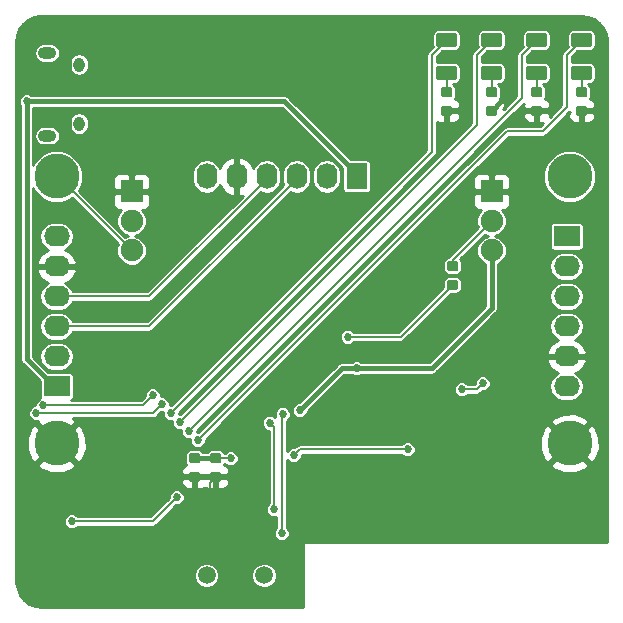
<source format=gbl>
G04 #@! TF.GenerationSoftware,KiCad,Pcbnew,(5.0.1-dev-5-g30da1a3b0)*
G04 #@! TF.CreationDate,2018-07-23T01:39:50-07:00*
G04 #@! TF.ProjectId,clock3,636C6F636B332E6B696361645F706362,rev?*
G04 #@! TF.SameCoordinates,Original*
G04 #@! TF.FileFunction,Copper,L2,Bot,Signal*
G04 #@! TF.FilePolarity,Positive*
%FSLAX46Y46*%
G04 Gerber Fmt 4.6, Leading zero omitted, Abs format (unit mm)*
G04 Created by KiCad (PCBNEW (5.0.1-dev-5-g30da1a3b0)) date Mon Jul 23 01:39:50 2018*
%MOMM*%
%LPD*%
G01*
G04 APERTURE LIST*
G04 #@! TA.AperFunction,ComponentPad*
%ADD10C,3.800000*%
G04 #@! TD*
G04 #@! TA.AperFunction,ComponentPad*
%ADD11R,1.900000X1.900000*%
G04 #@! TD*
G04 #@! TA.AperFunction,ComponentPad*
%ADD12C,1.900000*%
G04 #@! TD*
G04 #@! TA.AperFunction,Conductor*
%ADD13C,0.100000*%
G04 #@! TD*
G04 #@! TA.AperFunction,SMDPad,CuDef*
%ADD14C,0.875000*%
G04 #@! TD*
G04 #@! TA.AperFunction,SMDPad,CuDef*
%ADD15C,1.250000*%
G04 #@! TD*
G04 #@! TA.AperFunction,ComponentPad*
%ADD16O,0.950000X1.250000*%
G04 #@! TD*
G04 #@! TA.AperFunction,ComponentPad*
%ADD17O,1.550000X1.000000*%
G04 #@! TD*
G04 #@! TA.AperFunction,ComponentPad*
%ADD18R,1.740000X2.200000*%
G04 #@! TD*
G04 #@! TA.AperFunction,ComponentPad*
%ADD19O,1.740000X2.200000*%
G04 #@! TD*
G04 #@! TA.AperFunction,ComponentPad*
%ADD20O,2.200000X1.740000*%
G04 #@! TD*
G04 #@! TA.AperFunction,ComponentPad*
%ADD21R,2.200000X1.740000*%
G04 #@! TD*
G04 #@! TA.AperFunction,ComponentPad*
%ADD22C,1.500000*%
G04 #@! TD*
G04 #@! TA.AperFunction,ViaPad*
%ADD23C,0.685800*%
G04 #@! TD*
G04 #@! TA.AperFunction,Conductor*
%ADD24C,0.381000*%
G04 #@! TD*
G04 #@! TA.AperFunction,Conductor*
%ADD25C,0.203200*%
G04 #@! TD*
G04 #@! TA.AperFunction,Conductor*
%ADD26C,0.254000*%
G04 #@! TD*
G04 APERTURE END LIST*
D10*
G04 #@! TO.P,MK4,1*
G04 #@! TO.N,VDD*
X148844000Y-112776000D03*
G04 #@! TD*
G04 #@! TO.P,MK3,1*
G04 #@! TO.N,VDD*
X105410000Y-112776000D03*
G04 #@! TD*
G04 #@! TO.P,MK2,1*
G04 #@! TO.N,GND*
X148844000Y-90170000D03*
G04 #@! TD*
D11*
G04 #@! TO.P,BOOT1,1*
G04 #@! TO.N,VDD*
X111760000Y-91440000D03*
D12*
G04 #@! TO.P,BOOT1,2*
G04 #@! TO.N,Net-(BOOT1-Pad2)*
X111760000Y-93940000D03*
G04 #@! TO.P,BOOT1,3*
G04 #@! TO.N,GND*
X111760000Y-96440000D03*
G04 #@! TD*
G04 #@! TO.P,BOOT2,3*
G04 #@! TO.N,GND*
X142240000Y-96440000D03*
G04 #@! TO.P,BOOT2,2*
G04 #@! TO.N,Net-(BOOT2-Pad2)*
X142240000Y-93940000D03*
D11*
G04 #@! TO.P,BOOT2,1*
G04 #@! TO.N,VDD*
X142240000Y-91440000D03*
G04 #@! TD*
D13*
G04 #@! TO.N,GND*
G04 #@! TO.C,C10*
G36*
X117371691Y-113584053D02*
X117392926Y-113587203D01*
X117413750Y-113592419D01*
X117433962Y-113599651D01*
X117453368Y-113608830D01*
X117471781Y-113619866D01*
X117489024Y-113632654D01*
X117504930Y-113647070D01*
X117519346Y-113662976D01*
X117532134Y-113680219D01*
X117543170Y-113698632D01*
X117552349Y-113718038D01*
X117559581Y-113738250D01*
X117564797Y-113759074D01*
X117567947Y-113780309D01*
X117569000Y-113801750D01*
X117569000Y-114239250D01*
X117567947Y-114260691D01*
X117564797Y-114281926D01*
X117559581Y-114302750D01*
X117552349Y-114322962D01*
X117543170Y-114342368D01*
X117532134Y-114360781D01*
X117519346Y-114378024D01*
X117504930Y-114393930D01*
X117489024Y-114408346D01*
X117471781Y-114421134D01*
X117453368Y-114432170D01*
X117433962Y-114441349D01*
X117413750Y-114448581D01*
X117392926Y-114453797D01*
X117371691Y-114456947D01*
X117350250Y-114458000D01*
X116837750Y-114458000D01*
X116816309Y-114456947D01*
X116795074Y-114453797D01*
X116774250Y-114448581D01*
X116754038Y-114441349D01*
X116734632Y-114432170D01*
X116716219Y-114421134D01*
X116698976Y-114408346D01*
X116683070Y-114393930D01*
X116668654Y-114378024D01*
X116655866Y-114360781D01*
X116644830Y-114342368D01*
X116635651Y-114322962D01*
X116628419Y-114302750D01*
X116623203Y-114281926D01*
X116620053Y-114260691D01*
X116619000Y-114239250D01*
X116619000Y-113801750D01*
X116620053Y-113780309D01*
X116623203Y-113759074D01*
X116628419Y-113738250D01*
X116635651Y-113718038D01*
X116644830Y-113698632D01*
X116655866Y-113680219D01*
X116668654Y-113662976D01*
X116683070Y-113647070D01*
X116698976Y-113632654D01*
X116716219Y-113619866D01*
X116734632Y-113608830D01*
X116754038Y-113599651D01*
X116774250Y-113592419D01*
X116795074Y-113587203D01*
X116816309Y-113584053D01*
X116837750Y-113583000D01*
X117350250Y-113583000D01*
X117371691Y-113584053D01*
X117371691Y-113584053D01*
G37*
D14*
G04 #@! TD*
G04 #@! TO.P,C10,1*
G04 #@! TO.N,GND*
X117094000Y-114020500D03*
D13*
G04 #@! TO.N,VDD*
G04 #@! TO.C,C10*
G36*
X117371691Y-115159053D02*
X117392926Y-115162203D01*
X117413750Y-115167419D01*
X117433962Y-115174651D01*
X117453368Y-115183830D01*
X117471781Y-115194866D01*
X117489024Y-115207654D01*
X117504930Y-115222070D01*
X117519346Y-115237976D01*
X117532134Y-115255219D01*
X117543170Y-115273632D01*
X117552349Y-115293038D01*
X117559581Y-115313250D01*
X117564797Y-115334074D01*
X117567947Y-115355309D01*
X117569000Y-115376750D01*
X117569000Y-115814250D01*
X117567947Y-115835691D01*
X117564797Y-115856926D01*
X117559581Y-115877750D01*
X117552349Y-115897962D01*
X117543170Y-115917368D01*
X117532134Y-115935781D01*
X117519346Y-115953024D01*
X117504930Y-115968930D01*
X117489024Y-115983346D01*
X117471781Y-115996134D01*
X117453368Y-116007170D01*
X117433962Y-116016349D01*
X117413750Y-116023581D01*
X117392926Y-116028797D01*
X117371691Y-116031947D01*
X117350250Y-116033000D01*
X116837750Y-116033000D01*
X116816309Y-116031947D01*
X116795074Y-116028797D01*
X116774250Y-116023581D01*
X116754038Y-116016349D01*
X116734632Y-116007170D01*
X116716219Y-115996134D01*
X116698976Y-115983346D01*
X116683070Y-115968930D01*
X116668654Y-115953024D01*
X116655866Y-115935781D01*
X116644830Y-115917368D01*
X116635651Y-115897962D01*
X116628419Y-115877750D01*
X116623203Y-115856926D01*
X116620053Y-115835691D01*
X116619000Y-115814250D01*
X116619000Y-115376750D01*
X116620053Y-115355309D01*
X116623203Y-115334074D01*
X116628419Y-115313250D01*
X116635651Y-115293038D01*
X116644830Y-115273632D01*
X116655866Y-115255219D01*
X116668654Y-115237976D01*
X116683070Y-115222070D01*
X116698976Y-115207654D01*
X116716219Y-115194866D01*
X116734632Y-115183830D01*
X116754038Y-115174651D01*
X116774250Y-115167419D01*
X116795074Y-115162203D01*
X116816309Y-115159053D01*
X116837750Y-115158000D01*
X117350250Y-115158000D01*
X117371691Y-115159053D01*
X117371691Y-115159053D01*
G37*
D14*
G04 #@! TD*
G04 #@! TO.P,C10,2*
G04 #@! TO.N,VDD*
X117094000Y-115595500D03*
D13*
G04 #@! TO.N,VDD*
G04 #@! TO.C,C11*
G36*
X119149691Y-115159053D02*
X119170926Y-115162203D01*
X119191750Y-115167419D01*
X119211962Y-115174651D01*
X119231368Y-115183830D01*
X119249781Y-115194866D01*
X119267024Y-115207654D01*
X119282930Y-115222070D01*
X119297346Y-115237976D01*
X119310134Y-115255219D01*
X119321170Y-115273632D01*
X119330349Y-115293038D01*
X119337581Y-115313250D01*
X119342797Y-115334074D01*
X119345947Y-115355309D01*
X119347000Y-115376750D01*
X119347000Y-115814250D01*
X119345947Y-115835691D01*
X119342797Y-115856926D01*
X119337581Y-115877750D01*
X119330349Y-115897962D01*
X119321170Y-115917368D01*
X119310134Y-115935781D01*
X119297346Y-115953024D01*
X119282930Y-115968930D01*
X119267024Y-115983346D01*
X119249781Y-115996134D01*
X119231368Y-116007170D01*
X119211962Y-116016349D01*
X119191750Y-116023581D01*
X119170926Y-116028797D01*
X119149691Y-116031947D01*
X119128250Y-116033000D01*
X118615750Y-116033000D01*
X118594309Y-116031947D01*
X118573074Y-116028797D01*
X118552250Y-116023581D01*
X118532038Y-116016349D01*
X118512632Y-116007170D01*
X118494219Y-115996134D01*
X118476976Y-115983346D01*
X118461070Y-115968930D01*
X118446654Y-115953024D01*
X118433866Y-115935781D01*
X118422830Y-115917368D01*
X118413651Y-115897962D01*
X118406419Y-115877750D01*
X118401203Y-115856926D01*
X118398053Y-115835691D01*
X118397000Y-115814250D01*
X118397000Y-115376750D01*
X118398053Y-115355309D01*
X118401203Y-115334074D01*
X118406419Y-115313250D01*
X118413651Y-115293038D01*
X118422830Y-115273632D01*
X118433866Y-115255219D01*
X118446654Y-115237976D01*
X118461070Y-115222070D01*
X118476976Y-115207654D01*
X118494219Y-115194866D01*
X118512632Y-115183830D01*
X118532038Y-115174651D01*
X118552250Y-115167419D01*
X118573074Y-115162203D01*
X118594309Y-115159053D01*
X118615750Y-115158000D01*
X119128250Y-115158000D01*
X119149691Y-115159053D01*
X119149691Y-115159053D01*
G37*
D14*
G04 #@! TD*
G04 #@! TO.P,C11,2*
G04 #@! TO.N,VDD*
X118872000Y-115595500D03*
D13*
G04 #@! TO.N,GND*
G04 #@! TO.C,C11*
G36*
X119149691Y-113584053D02*
X119170926Y-113587203D01*
X119191750Y-113592419D01*
X119211962Y-113599651D01*
X119231368Y-113608830D01*
X119249781Y-113619866D01*
X119267024Y-113632654D01*
X119282930Y-113647070D01*
X119297346Y-113662976D01*
X119310134Y-113680219D01*
X119321170Y-113698632D01*
X119330349Y-113718038D01*
X119337581Y-113738250D01*
X119342797Y-113759074D01*
X119345947Y-113780309D01*
X119347000Y-113801750D01*
X119347000Y-114239250D01*
X119345947Y-114260691D01*
X119342797Y-114281926D01*
X119337581Y-114302750D01*
X119330349Y-114322962D01*
X119321170Y-114342368D01*
X119310134Y-114360781D01*
X119297346Y-114378024D01*
X119282930Y-114393930D01*
X119267024Y-114408346D01*
X119249781Y-114421134D01*
X119231368Y-114432170D01*
X119211962Y-114441349D01*
X119191750Y-114448581D01*
X119170926Y-114453797D01*
X119149691Y-114456947D01*
X119128250Y-114458000D01*
X118615750Y-114458000D01*
X118594309Y-114456947D01*
X118573074Y-114453797D01*
X118552250Y-114448581D01*
X118532038Y-114441349D01*
X118512632Y-114432170D01*
X118494219Y-114421134D01*
X118476976Y-114408346D01*
X118461070Y-114393930D01*
X118446654Y-114378024D01*
X118433866Y-114360781D01*
X118422830Y-114342368D01*
X118413651Y-114322962D01*
X118406419Y-114302750D01*
X118401203Y-114281926D01*
X118398053Y-114260691D01*
X118397000Y-114239250D01*
X118397000Y-113801750D01*
X118398053Y-113780309D01*
X118401203Y-113759074D01*
X118406419Y-113738250D01*
X118413651Y-113718038D01*
X118422830Y-113698632D01*
X118433866Y-113680219D01*
X118446654Y-113662976D01*
X118461070Y-113647070D01*
X118476976Y-113632654D01*
X118494219Y-113619866D01*
X118512632Y-113608830D01*
X118532038Y-113599651D01*
X118552250Y-113592419D01*
X118573074Y-113587203D01*
X118594309Y-113584053D01*
X118615750Y-113583000D01*
X119128250Y-113583000D01*
X119149691Y-113584053D01*
X119149691Y-113584053D01*
G37*
D14*
G04 #@! TD*
G04 #@! TO.P,C11,1*
G04 #@! TO.N,GND*
X118872000Y-114020500D03*
D13*
G04 #@! TO.N,Net-(D1-Pad2)*
G04 #@! TO.C,D1*
G36*
X139079504Y-80786204D02*
X139103773Y-80789804D01*
X139127571Y-80795765D01*
X139150671Y-80804030D01*
X139172849Y-80814520D01*
X139193893Y-80827133D01*
X139213598Y-80841747D01*
X139231777Y-80858223D01*
X139248253Y-80876402D01*
X139262867Y-80896107D01*
X139275480Y-80917151D01*
X139285970Y-80939329D01*
X139294235Y-80962429D01*
X139300196Y-80986227D01*
X139303796Y-81010496D01*
X139305000Y-81035000D01*
X139305000Y-81785000D01*
X139303796Y-81809504D01*
X139300196Y-81833773D01*
X139294235Y-81857571D01*
X139285970Y-81880671D01*
X139275480Y-81902849D01*
X139262867Y-81923893D01*
X139248253Y-81943598D01*
X139231777Y-81961777D01*
X139213598Y-81978253D01*
X139193893Y-81992867D01*
X139172849Y-82005480D01*
X139150671Y-82015970D01*
X139127571Y-82024235D01*
X139103773Y-82030196D01*
X139079504Y-82033796D01*
X139055000Y-82035000D01*
X137805000Y-82035000D01*
X137780496Y-82033796D01*
X137756227Y-82030196D01*
X137732429Y-82024235D01*
X137709329Y-82015970D01*
X137687151Y-82005480D01*
X137666107Y-81992867D01*
X137646402Y-81978253D01*
X137628223Y-81961777D01*
X137611747Y-81943598D01*
X137597133Y-81923893D01*
X137584520Y-81902849D01*
X137574030Y-81880671D01*
X137565765Y-81857571D01*
X137559804Y-81833773D01*
X137556204Y-81809504D01*
X137555000Y-81785000D01*
X137555000Y-81035000D01*
X137556204Y-81010496D01*
X137559804Y-80986227D01*
X137565765Y-80962429D01*
X137574030Y-80939329D01*
X137584520Y-80917151D01*
X137597133Y-80896107D01*
X137611747Y-80876402D01*
X137628223Y-80858223D01*
X137646402Y-80841747D01*
X137666107Y-80827133D01*
X137687151Y-80814520D01*
X137709329Y-80804030D01*
X137732429Y-80795765D01*
X137756227Y-80789804D01*
X137780496Y-80786204D01*
X137805000Y-80785000D01*
X139055000Y-80785000D01*
X139079504Y-80786204D01*
X139079504Y-80786204D01*
G37*
D15*
G04 #@! TD*
G04 #@! TO.P,D1,2*
G04 #@! TO.N,Net-(D1-Pad2)*
X138430000Y-81410000D03*
D13*
G04 #@! TO.N,/LED1*
G04 #@! TO.C,D1*
G36*
X139079504Y-77986204D02*
X139103773Y-77989804D01*
X139127571Y-77995765D01*
X139150671Y-78004030D01*
X139172849Y-78014520D01*
X139193893Y-78027133D01*
X139213598Y-78041747D01*
X139231777Y-78058223D01*
X139248253Y-78076402D01*
X139262867Y-78096107D01*
X139275480Y-78117151D01*
X139285970Y-78139329D01*
X139294235Y-78162429D01*
X139300196Y-78186227D01*
X139303796Y-78210496D01*
X139305000Y-78235000D01*
X139305000Y-78985000D01*
X139303796Y-79009504D01*
X139300196Y-79033773D01*
X139294235Y-79057571D01*
X139285970Y-79080671D01*
X139275480Y-79102849D01*
X139262867Y-79123893D01*
X139248253Y-79143598D01*
X139231777Y-79161777D01*
X139213598Y-79178253D01*
X139193893Y-79192867D01*
X139172849Y-79205480D01*
X139150671Y-79215970D01*
X139127571Y-79224235D01*
X139103773Y-79230196D01*
X139079504Y-79233796D01*
X139055000Y-79235000D01*
X137805000Y-79235000D01*
X137780496Y-79233796D01*
X137756227Y-79230196D01*
X137732429Y-79224235D01*
X137709329Y-79215970D01*
X137687151Y-79205480D01*
X137666107Y-79192867D01*
X137646402Y-79178253D01*
X137628223Y-79161777D01*
X137611747Y-79143598D01*
X137597133Y-79123893D01*
X137584520Y-79102849D01*
X137574030Y-79080671D01*
X137565765Y-79057571D01*
X137559804Y-79033773D01*
X137556204Y-79009504D01*
X137555000Y-78985000D01*
X137555000Y-78235000D01*
X137556204Y-78210496D01*
X137559804Y-78186227D01*
X137565765Y-78162429D01*
X137574030Y-78139329D01*
X137584520Y-78117151D01*
X137597133Y-78096107D01*
X137611747Y-78076402D01*
X137628223Y-78058223D01*
X137646402Y-78041747D01*
X137666107Y-78027133D01*
X137687151Y-78014520D01*
X137709329Y-78004030D01*
X137732429Y-77995765D01*
X137756227Y-77989804D01*
X137780496Y-77986204D01*
X137805000Y-77985000D01*
X139055000Y-77985000D01*
X139079504Y-77986204D01*
X139079504Y-77986204D01*
G37*
D15*
G04 #@! TD*
G04 #@! TO.P,D1,1*
G04 #@! TO.N,/LED1*
X138430000Y-78610000D03*
D13*
G04 #@! TO.N,/LED2*
G04 #@! TO.C,D2*
G36*
X142889504Y-77986204D02*
X142913773Y-77989804D01*
X142937571Y-77995765D01*
X142960671Y-78004030D01*
X142982849Y-78014520D01*
X143003893Y-78027133D01*
X143023598Y-78041747D01*
X143041777Y-78058223D01*
X143058253Y-78076402D01*
X143072867Y-78096107D01*
X143085480Y-78117151D01*
X143095970Y-78139329D01*
X143104235Y-78162429D01*
X143110196Y-78186227D01*
X143113796Y-78210496D01*
X143115000Y-78235000D01*
X143115000Y-78985000D01*
X143113796Y-79009504D01*
X143110196Y-79033773D01*
X143104235Y-79057571D01*
X143095970Y-79080671D01*
X143085480Y-79102849D01*
X143072867Y-79123893D01*
X143058253Y-79143598D01*
X143041777Y-79161777D01*
X143023598Y-79178253D01*
X143003893Y-79192867D01*
X142982849Y-79205480D01*
X142960671Y-79215970D01*
X142937571Y-79224235D01*
X142913773Y-79230196D01*
X142889504Y-79233796D01*
X142865000Y-79235000D01*
X141615000Y-79235000D01*
X141590496Y-79233796D01*
X141566227Y-79230196D01*
X141542429Y-79224235D01*
X141519329Y-79215970D01*
X141497151Y-79205480D01*
X141476107Y-79192867D01*
X141456402Y-79178253D01*
X141438223Y-79161777D01*
X141421747Y-79143598D01*
X141407133Y-79123893D01*
X141394520Y-79102849D01*
X141384030Y-79080671D01*
X141375765Y-79057571D01*
X141369804Y-79033773D01*
X141366204Y-79009504D01*
X141365000Y-78985000D01*
X141365000Y-78235000D01*
X141366204Y-78210496D01*
X141369804Y-78186227D01*
X141375765Y-78162429D01*
X141384030Y-78139329D01*
X141394520Y-78117151D01*
X141407133Y-78096107D01*
X141421747Y-78076402D01*
X141438223Y-78058223D01*
X141456402Y-78041747D01*
X141476107Y-78027133D01*
X141497151Y-78014520D01*
X141519329Y-78004030D01*
X141542429Y-77995765D01*
X141566227Y-77989804D01*
X141590496Y-77986204D01*
X141615000Y-77985000D01*
X142865000Y-77985000D01*
X142889504Y-77986204D01*
X142889504Y-77986204D01*
G37*
D15*
G04 #@! TD*
G04 #@! TO.P,D2,1*
G04 #@! TO.N,/LED2*
X142240000Y-78610000D03*
D13*
G04 #@! TO.N,Net-(D2-Pad2)*
G04 #@! TO.C,D2*
G36*
X142889504Y-80786204D02*
X142913773Y-80789804D01*
X142937571Y-80795765D01*
X142960671Y-80804030D01*
X142982849Y-80814520D01*
X143003893Y-80827133D01*
X143023598Y-80841747D01*
X143041777Y-80858223D01*
X143058253Y-80876402D01*
X143072867Y-80896107D01*
X143085480Y-80917151D01*
X143095970Y-80939329D01*
X143104235Y-80962429D01*
X143110196Y-80986227D01*
X143113796Y-81010496D01*
X143115000Y-81035000D01*
X143115000Y-81785000D01*
X143113796Y-81809504D01*
X143110196Y-81833773D01*
X143104235Y-81857571D01*
X143095970Y-81880671D01*
X143085480Y-81902849D01*
X143072867Y-81923893D01*
X143058253Y-81943598D01*
X143041777Y-81961777D01*
X143023598Y-81978253D01*
X143003893Y-81992867D01*
X142982849Y-82005480D01*
X142960671Y-82015970D01*
X142937571Y-82024235D01*
X142913773Y-82030196D01*
X142889504Y-82033796D01*
X142865000Y-82035000D01*
X141615000Y-82035000D01*
X141590496Y-82033796D01*
X141566227Y-82030196D01*
X141542429Y-82024235D01*
X141519329Y-82015970D01*
X141497151Y-82005480D01*
X141476107Y-81992867D01*
X141456402Y-81978253D01*
X141438223Y-81961777D01*
X141421747Y-81943598D01*
X141407133Y-81923893D01*
X141394520Y-81902849D01*
X141384030Y-81880671D01*
X141375765Y-81857571D01*
X141369804Y-81833773D01*
X141366204Y-81809504D01*
X141365000Y-81785000D01*
X141365000Y-81035000D01*
X141366204Y-81010496D01*
X141369804Y-80986227D01*
X141375765Y-80962429D01*
X141384030Y-80939329D01*
X141394520Y-80917151D01*
X141407133Y-80896107D01*
X141421747Y-80876402D01*
X141438223Y-80858223D01*
X141456402Y-80841747D01*
X141476107Y-80827133D01*
X141497151Y-80814520D01*
X141519329Y-80804030D01*
X141542429Y-80795765D01*
X141566227Y-80789804D01*
X141590496Y-80786204D01*
X141615000Y-80785000D01*
X142865000Y-80785000D01*
X142889504Y-80786204D01*
X142889504Y-80786204D01*
G37*
D15*
G04 #@! TD*
G04 #@! TO.P,D2,2*
G04 #@! TO.N,Net-(D2-Pad2)*
X142240000Y-81410000D03*
D13*
G04 #@! TO.N,/LED3*
G04 #@! TO.C,D3*
G36*
X146699504Y-77986204D02*
X146723773Y-77989804D01*
X146747571Y-77995765D01*
X146770671Y-78004030D01*
X146792849Y-78014520D01*
X146813893Y-78027133D01*
X146833598Y-78041747D01*
X146851777Y-78058223D01*
X146868253Y-78076402D01*
X146882867Y-78096107D01*
X146895480Y-78117151D01*
X146905970Y-78139329D01*
X146914235Y-78162429D01*
X146920196Y-78186227D01*
X146923796Y-78210496D01*
X146925000Y-78235000D01*
X146925000Y-78985000D01*
X146923796Y-79009504D01*
X146920196Y-79033773D01*
X146914235Y-79057571D01*
X146905970Y-79080671D01*
X146895480Y-79102849D01*
X146882867Y-79123893D01*
X146868253Y-79143598D01*
X146851777Y-79161777D01*
X146833598Y-79178253D01*
X146813893Y-79192867D01*
X146792849Y-79205480D01*
X146770671Y-79215970D01*
X146747571Y-79224235D01*
X146723773Y-79230196D01*
X146699504Y-79233796D01*
X146675000Y-79235000D01*
X145425000Y-79235000D01*
X145400496Y-79233796D01*
X145376227Y-79230196D01*
X145352429Y-79224235D01*
X145329329Y-79215970D01*
X145307151Y-79205480D01*
X145286107Y-79192867D01*
X145266402Y-79178253D01*
X145248223Y-79161777D01*
X145231747Y-79143598D01*
X145217133Y-79123893D01*
X145204520Y-79102849D01*
X145194030Y-79080671D01*
X145185765Y-79057571D01*
X145179804Y-79033773D01*
X145176204Y-79009504D01*
X145175000Y-78985000D01*
X145175000Y-78235000D01*
X145176204Y-78210496D01*
X145179804Y-78186227D01*
X145185765Y-78162429D01*
X145194030Y-78139329D01*
X145204520Y-78117151D01*
X145217133Y-78096107D01*
X145231747Y-78076402D01*
X145248223Y-78058223D01*
X145266402Y-78041747D01*
X145286107Y-78027133D01*
X145307151Y-78014520D01*
X145329329Y-78004030D01*
X145352429Y-77995765D01*
X145376227Y-77989804D01*
X145400496Y-77986204D01*
X145425000Y-77985000D01*
X146675000Y-77985000D01*
X146699504Y-77986204D01*
X146699504Y-77986204D01*
G37*
D15*
G04 #@! TD*
G04 #@! TO.P,D3,1*
G04 #@! TO.N,/LED3*
X146050000Y-78610000D03*
D13*
G04 #@! TO.N,Net-(D3-Pad2)*
G04 #@! TO.C,D3*
G36*
X146699504Y-80786204D02*
X146723773Y-80789804D01*
X146747571Y-80795765D01*
X146770671Y-80804030D01*
X146792849Y-80814520D01*
X146813893Y-80827133D01*
X146833598Y-80841747D01*
X146851777Y-80858223D01*
X146868253Y-80876402D01*
X146882867Y-80896107D01*
X146895480Y-80917151D01*
X146905970Y-80939329D01*
X146914235Y-80962429D01*
X146920196Y-80986227D01*
X146923796Y-81010496D01*
X146925000Y-81035000D01*
X146925000Y-81785000D01*
X146923796Y-81809504D01*
X146920196Y-81833773D01*
X146914235Y-81857571D01*
X146905970Y-81880671D01*
X146895480Y-81902849D01*
X146882867Y-81923893D01*
X146868253Y-81943598D01*
X146851777Y-81961777D01*
X146833598Y-81978253D01*
X146813893Y-81992867D01*
X146792849Y-82005480D01*
X146770671Y-82015970D01*
X146747571Y-82024235D01*
X146723773Y-82030196D01*
X146699504Y-82033796D01*
X146675000Y-82035000D01*
X145425000Y-82035000D01*
X145400496Y-82033796D01*
X145376227Y-82030196D01*
X145352429Y-82024235D01*
X145329329Y-82015970D01*
X145307151Y-82005480D01*
X145286107Y-81992867D01*
X145266402Y-81978253D01*
X145248223Y-81961777D01*
X145231747Y-81943598D01*
X145217133Y-81923893D01*
X145204520Y-81902849D01*
X145194030Y-81880671D01*
X145185765Y-81857571D01*
X145179804Y-81833773D01*
X145176204Y-81809504D01*
X145175000Y-81785000D01*
X145175000Y-81035000D01*
X145176204Y-81010496D01*
X145179804Y-80986227D01*
X145185765Y-80962429D01*
X145194030Y-80939329D01*
X145204520Y-80917151D01*
X145217133Y-80896107D01*
X145231747Y-80876402D01*
X145248223Y-80858223D01*
X145266402Y-80841747D01*
X145286107Y-80827133D01*
X145307151Y-80814520D01*
X145329329Y-80804030D01*
X145352429Y-80795765D01*
X145376227Y-80789804D01*
X145400496Y-80786204D01*
X145425000Y-80785000D01*
X146675000Y-80785000D01*
X146699504Y-80786204D01*
X146699504Y-80786204D01*
G37*
D15*
G04 #@! TD*
G04 #@! TO.P,D3,2*
G04 #@! TO.N,Net-(D3-Pad2)*
X146050000Y-81410000D03*
D13*
G04 #@! TO.N,Net-(D4-Pad2)*
G04 #@! TO.C,D4*
G36*
X150509504Y-80786204D02*
X150533773Y-80789804D01*
X150557571Y-80795765D01*
X150580671Y-80804030D01*
X150602849Y-80814520D01*
X150623893Y-80827133D01*
X150643598Y-80841747D01*
X150661777Y-80858223D01*
X150678253Y-80876402D01*
X150692867Y-80896107D01*
X150705480Y-80917151D01*
X150715970Y-80939329D01*
X150724235Y-80962429D01*
X150730196Y-80986227D01*
X150733796Y-81010496D01*
X150735000Y-81035000D01*
X150735000Y-81785000D01*
X150733796Y-81809504D01*
X150730196Y-81833773D01*
X150724235Y-81857571D01*
X150715970Y-81880671D01*
X150705480Y-81902849D01*
X150692867Y-81923893D01*
X150678253Y-81943598D01*
X150661777Y-81961777D01*
X150643598Y-81978253D01*
X150623893Y-81992867D01*
X150602849Y-82005480D01*
X150580671Y-82015970D01*
X150557571Y-82024235D01*
X150533773Y-82030196D01*
X150509504Y-82033796D01*
X150485000Y-82035000D01*
X149235000Y-82035000D01*
X149210496Y-82033796D01*
X149186227Y-82030196D01*
X149162429Y-82024235D01*
X149139329Y-82015970D01*
X149117151Y-82005480D01*
X149096107Y-81992867D01*
X149076402Y-81978253D01*
X149058223Y-81961777D01*
X149041747Y-81943598D01*
X149027133Y-81923893D01*
X149014520Y-81902849D01*
X149004030Y-81880671D01*
X148995765Y-81857571D01*
X148989804Y-81833773D01*
X148986204Y-81809504D01*
X148985000Y-81785000D01*
X148985000Y-81035000D01*
X148986204Y-81010496D01*
X148989804Y-80986227D01*
X148995765Y-80962429D01*
X149004030Y-80939329D01*
X149014520Y-80917151D01*
X149027133Y-80896107D01*
X149041747Y-80876402D01*
X149058223Y-80858223D01*
X149076402Y-80841747D01*
X149096107Y-80827133D01*
X149117151Y-80814520D01*
X149139329Y-80804030D01*
X149162429Y-80795765D01*
X149186227Y-80789804D01*
X149210496Y-80786204D01*
X149235000Y-80785000D01*
X150485000Y-80785000D01*
X150509504Y-80786204D01*
X150509504Y-80786204D01*
G37*
D15*
G04 #@! TD*
G04 #@! TO.P,D4,2*
G04 #@! TO.N,Net-(D4-Pad2)*
X149860000Y-81410000D03*
D13*
G04 #@! TO.N,/LED4*
G04 #@! TO.C,D4*
G36*
X150509504Y-77986204D02*
X150533773Y-77989804D01*
X150557571Y-77995765D01*
X150580671Y-78004030D01*
X150602849Y-78014520D01*
X150623893Y-78027133D01*
X150643598Y-78041747D01*
X150661777Y-78058223D01*
X150678253Y-78076402D01*
X150692867Y-78096107D01*
X150705480Y-78117151D01*
X150715970Y-78139329D01*
X150724235Y-78162429D01*
X150730196Y-78186227D01*
X150733796Y-78210496D01*
X150735000Y-78235000D01*
X150735000Y-78985000D01*
X150733796Y-79009504D01*
X150730196Y-79033773D01*
X150724235Y-79057571D01*
X150715970Y-79080671D01*
X150705480Y-79102849D01*
X150692867Y-79123893D01*
X150678253Y-79143598D01*
X150661777Y-79161777D01*
X150643598Y-79178253D01*
X150623893Y-79192867D01*
X150602849Y-79205480D01*
X150580671Y-79215970D01*
X150557571Y-79224235D01*
X150533773Y-79230196D01*
X150509504Y-79233796D01*
X150485000Y-79235000D01*
X149235000Y-79235000D01*
X149210496Y-79233796D01*
X149186227Y-79230196D01*
X149162429Y-79224235D01*
X149139329Y-79215970D01*
X149117151Y-79205480D01*
X149096107Y-79192867D01*
X149076402Y-79178253D01*
X149058223Y-79161777D01*
X149041747Y-79143598D01*
X149027133Y-79123893D01*
X149014520Y-79102849D01*
X149004030Y-79080671D01*
X148995765Y-79057571D01*
X148989804Y-79033773D01*
X148986204Y-79009504D01*
X148985000Y-78985000D01*
X148985000Y-78235000D01*
X148986204Y-78210496D01*
X148989804Y-78186227D01*
X148995765Y-78162429D01*
X149004030Y-78139329D01*
X149014520Y-78117151D01*
X149027133Y-78096107D01*
X149041747Y-78076402D01*
X149058223Y-78058223D01*
X149076402Y-78041747D01*
X149096107Y-78027133D01*
X149117151Y-78014520D01*
X149139329Y-78004030D01*
X149162429Y-77995765D01*
X149186227Y-77989804D01*
X149210496Y-77986204D01*
X149235000Y-77985000D01*
X150485000Y-77985000D01*
X150509504Y-77986204D01*
X150509504Y-77986204D01*
G37*
D15*
G04 #@! TD*
G04 #@! TO.P,D4,1*
G04 #@! TO.N,/LED4*
X149860000Y-78610000D03*
D16*
G04 #@! TO.P,J1,SH*
G04 #@! TO.N,GND*
X107315000Y-85715000D03*
X107315000Y-80715000D03*
D17*
X104615000Y-79715000D03*
X104615000Y-86715000D03*
G04 #@! TD*
D18*
G04 #@! TO.P,J3,1*
G04 #@! TO.N,VCC*
X130810000Y-90170000D03*
D19*
G04 #@! TO.P,J3,2*
G04 #@! TO.N,GND*
X128270000Y-90170000D03*
G04 #@! TO.P,J3,3*
G04 #@! TO.N,/I2C1_SDA*
X125730000Y-90170000D03*
G04 #@! TO.P,J3,4*
G04 #@! TO.N,/I2C1_SCL*
X123190000Y-90170000D03*
G04 #@! TO.P,J3,5*
G04 #@! TO.N,VDD*
X120650000Y-90170000D03*
G04 #@! TO.P,J3,6*
G04 #@! TO.N,GND*
X118110000Y-90170000D03*
G04 #@! TD*
D20*
G04 #@! TO.P,J4,6*
G04 #@! TO.N,GND*
X105410000Y-95250000D03*
G04 #@! TO.P,J4,5*
G04 #@! TO.N,VDD*
X105410000Y-97790000D03*
G04 #@! TO.P,J4,4*
G04 #@! TO.N,/I2C1_SCL*
X105410000Y-100330000D03*
G04 #@! TO.P,J4,3*
G04 #@! TO.N,/I2C1_SDA*
X105410000Y-102870000D03*
G04 #@! TO.P,J4,2*
G04 #@! TO.N,GND*
X105410000Y-105410000D03*
D21*
G04 #@! TO.P,J4,1*
G04 #@! TO.N,VCC*
X105410000Y-107950000D03*
G04 #@! TD*
G04 #@! TO.P,J5,1*
G04 #@! TO.N,VCC*
X148590000Y-95250000D03*
D20*
G04 #@! TO.P,J5,2*
G04 #@! TO.N,GND*
X148590000Y-97790000D03*
G04 #@! TO.P,J5,3*
G04 #@! TO.N,/I2C1_SDA*
X148590000Y-100330000D03*
G04 #@! TO.P,J5,4*
G04 #@! TO.N,/I2C1_SCL*
X148590000Y-102870000D03*
G04 #@! TO.P,J5,5*
G04 #@! TO.N,VDD*
X148590000Y-105410000D03*
G04 #@! TO.P,J5,6*
G04 #@! TO.N,GND*
X148590000Y-107950000D03*
G04 #@! TD*
D10*
G04 #@! TO.P,MK1,1*
G04 #@! TO.N,GND*
X105410000Y-90170000D03*
G04 #@! TD*
D13*
G04 #@! TO.N,Net-(BOOT2-Pad2)*
G04 #@! TO.C,R3*
G36*
X139215691Y-97328053D02*
X139236926Y-97331203D01*
X139257750Y-97336419D01*
X139277962Y-97343651D01*
X139297368Y-97352830D01*
X139315781Y-97363866D01*
X139333024Y-97376654D01*
X139348930Y-97391070D01*
X139363346Y-97406976D01*
X139376134Y-97424219D01*
X139387170Y-97442632D01*
X139396349Y-97462038D01*
X139403581Y-97482250D01*
X139408797Y-97503074D01*
X139411947Y-97524309D01*
X139413000Y-97545750D01*
X139413000Y-97983250D01*
X139411947Y-98004691D01*
X139408797Y-98025926D01*
X139403581Y-98046750D01*
X139396349Y-98066962D01*
X139387170Y-98086368D01*
X139376134Y-98104781D01*
X139363346Y-98122024D01*
X139348930Y-98137930D01*
X139333024Y-98152346D01*
X139315781Y-98165134D01*
X139297368Y-98176170D01*
X139277962Y-98185349D01*
X139257750Y-98192581D01*
X139236926Y-98197797D01*
X139215691Y-98200947D01*
X139194250Y-98202000D01*
X138681750Y-98202000D01*
X138660309Y-98200947D01*
X138639074Y-98197797D01*
X138618250Y-98192581D01*
X138598038Y-98185349D01*
X138578632Y-98176170D01*
X138560219Y-98165134D01*
X138542976Y-98152346D01*
X138527070Y-98137930D01*
X138512654Y-98122024D01*
X138499866Y-98104781D01*
X138488830Y-98086368D01*
X138479651Y-98066962D01*
X138472419Y-98046750D01*
X138467203Y-98025926D01*
X138464053Y-98004691D01*
X138463000Y-97983250D01*
X138463000Y-97545750D01*
X138464053Y-97524309D01*
X138467203Y-97503074D01*
X138472419Y-97482250D01*
X138479651Y-97462038D01*
X138488830Y-97442632D01*
X138499866Y-97424219D01*
X138512654Y-97406976D01*
X138527070Y-97391070D01*
X138542976Y-97376654D01*
X138560219Y-97363866D01*
X138578632Y-97352830D01*
X138598038Y-97343651D01*
X138618250Y-97336419D01*
X138639074Y-97331203D01*
X138660309Y-97328053D01*
X138681750Y-97327000D01*
X139194250Y-97327000D01*
X139215691Y-97328053D01*
X139215691Y-97328053D01*
G37*
D14*
G04 #@! TD*
G04 #@! TO.P,R3,1*
G04 #@! TO.N,Net-(BOOT2-Pad2)*
X138938000Y-97764500D03*
D13*
G04 #@! TO.N,/BOOT1*
G04 #@! TO.C,R3*
G36*
X139215691Y-98903053D02*
X139236926Y-98906203D01*
X139257750Y-98911419D01*
X139277962Y-98918651D01*
X139297368Y-98927830D01*
X139315781Y-98938866D01*
X139333024Y-98951654D01*
X139348930Y-98966070D01*
X139363346Y-98981976D01*
X139376134Y-98999219D01*
X139387170Y-99017632D01*
X139396349Y-99037038D01*
X139403581Y-99057250D01*
X139408797Y-99078074D01*
X139411947Y-99099309D01*
X139413000Y-99120750D01*
X139413000Y-99558250D01*
X139411947Y-99579691D01*
X139408797Y-99600926D01*
X139403581Y-99621750D01*
X139396349Y-99641962D01*
X139387170Y-99661368D01*
X139376134Y-99679781D01*
X139363346Y-99697024D01*
X139348930Y-99712930D01*
X139333024Y-99727346D01*
X139315781Y-99740134D01*
X139297368Y-99751170D01*
X139277962Y-99760349D01*
X139257750Y-99767581D01*
X139236926Y-99772797D01*
X139215691Y-99775947D01*
X139194250Y-99777000D01*
X138681750Y-99777000D01*
X138660309Y-99775947D01*
X138639074Y-99772797D01*
X138618250Y-99767581D01*
X138598038Y-99760349D01*
X138578632Y-99751170D01*
X138560219Y-99740134D01*
X138542976Y-99727346D01*
X138527070Y-99712930D01*
X138512654Y-99697024D01*
X138499866Y-99679781D01*
X138488830Y-99661368D01*
X138479651Y-99641962D01*
X138472419Y-99621750D01*
X138467203Y-99600926D01*
X138464053Y-99579691D01*
X138463000Y-99558250D01*
X138463000Y-99120750D01*
X138464053Y-99099309D01*
X138467203Y-99078074D01*
X138472419Y-99057250D01*
X138479651Y-99037038D01*
X138488830Y-99017632D01*
X138499866Y-98999219D01*
X138512654Y-98981976D01*
X138527070Y-98966070D01*
X138542976Y-98951654D01*
X138560219Y-98938866D01*
X138578632Y-98927830D01*
X138598038Y-98918651D01*
X138618250Y-98911419D01*
X138639074Y-98906203D01*
X138660309Y-98903053D01*
X138681750Y-98902000D01*
X139194250Y-98902000D01*
X139215691Y-98903053D01*
X139215691Y-98903053D01*
G37*
D14*
G04 #@! TD*
G04 #@! TO.P,R3,2*
G04 #@! TO.N,/BOOT1*
X138938000Y-99339500D03*
D13*
G04 #@! TO.N,VDD*
G04 #@! TO.C,R4*
G36*
X138707691Y-84171053D02*
X138728926Y-84174203D01*
X138749750Y-84179419D01*
X138769962Y-84186651D01*
X138789368Y-84195830D01*
X138807781Y-84206866D01*
X138825024Y-84219654D01*
X138840930Y-84234070D01*
X138855346Y-84249976D01*
X138868134Y-84267219D01*
X138879170Y-84285632D01*
X138888349Y-84305038D01*
X138895581Y-84325250D01*
X138900797Y-84346074D01*
X138903947Y-84367309D01*
X138905000Y-84388750D01*
X138905000Y-84826250D01*
X138903947Y-84847691D01*
X138900797Y-84868926D01*
X138895581Y-84889750D01*
X138888349Y-84909962D01*
X138879170Y-84929368D01*
X138868134Y-84947781D01*
X138855346Y-84965024D01*
X138840930Y-84980930D01*
X138825024Y-84995346D01*
X138807781Y-85008134D01*
X138789368Y-85019170D01*
X138769962Y-85028349D01*
X138749750Y-85035581D01*
X138728926Y-85040797D01*
X138707691Y-85043947D01*
X138686250Y-85045000D01*
X138173750Y-85045000D01*
X138152309Y-85043947D01*
X138131074Y-85040797D01*
X138110250Y-85035581D01*
X138090038Y-85028349D01*
X138070632Y-85019170D01*
X138052219Y-85008134D01*
X138034976Y-84995346D01*
X138019070Y-84980930D01*
X138004654Y-84965024D01*
X137991866Y-84947781D01*
X137980830Y-84929368D01*
X137971651Y-84909962D01*
X137964419Y-84889750D01*
X137959203Y-84868926D01*
X137956053Y-84847691D01*
X137955000Y-84826250D01*
X137955000Y-84388750D01*
X137956053Y-84367309D01*
X137959203Y-84346074D01*
X137964419Y-84325250D01*
X137971651Y-84305038D01*
X137980830Y-84285632D01*
X137991866Y-84267219D01*
X138004654Y-84249976D01*
X138019070Y-84234070D01*
X138034976Y-84219654D01*
X138052219Y-84206866D01*
X138070632Y-84195830D01*
X138090038Y-84186651D01*
X138110250Y-84179419D01*
X138131074Y-84174203D01*
X138152309Y-84171053D01*
X138173750Y-84170000D01*
X138686250Y-84170000D01*
X138707691Y-84171053D01*
X138707691Y-84171053D01*
G37*
D14*
G04 #@! TD*
G04 #@! TO.P,R4,1*
G04 #@! TO.N,VDD*
X138430000Y-84607500D03*
D13*
G04 #@! TO.N,Net-(D1-Pad2)*
G04 #@! TO.C,R4*
G36*
X138707691Y-82596053D02*
X138728926Y-82599203D01*
X138749750Y-82604419D01*
X138769962Y-82611651D01*
X138789368Y-82620830D01*
X138807781Y-82631866D01*
X138825024Y-82644654D01*
X138840930Y-82659070D01*
X138855346Y-82674976D01*
X138868134Y-82692219D01*
X138879170Y-82710632D01*
X138888349Y-82730038D01*
X138895581Y-82750250D01*
X138900797Y-82771074D01*
X138903947Y-82792309D01*
X138905000Y-82813750D01*
X138905000Y-83251250D01*
X138903947Y-83272691D01*
X138900797Y-83293926D01*
X138895581Y-83314750D01*
X138888349Y-83334962D01*
X138879170Y-83354368D01*
X138868134Y-83372781D01*
X138855346Y-83390024D01*
X138840930Y-83405930D01*
X138825024Y-83420346D01*
X138807781Y-83433134D01*
X138789368Y-83444170D01*
X138769962Y-83453349D01*
X138749750Y-83460581D01*
X138728926Y-83465797D01*
X138707691Y-83468947D01*
X138686250Y-83470000D01*
X138173750Y-83470000D01*
X138152309Y-83468947D01*
X138131074Y-83465797D01*
X138110250Y-83460581D01*
X138090038Y-83453349D01*
X138070632Y-83444170D01*
X138052219Y-83433134D01*
X138034976Y-83420346D01*
X138019070Y-83405930D01*
X138004654Y-83390024D01*
X137991866Y-83372781D01*
X137980830Y-83354368D01*
X137971651Y-83334962D01*
X137964419Y-83314750D01*
X137959203Y-83293926D01*
X137956053Y-83272691D01*
X137955000Y-83251250D01*
X137955000Y-82813750D01*
X137956053Y-82792309D01*
X137959203Y-82771074D01*
X137964419Y-82750250D01*
X137971651Y-82730038D01*
X137980830Y-82710632D01*
X137991866Y-82692219D01*
X138004654Y-82674976D01*
X138019070Y-82659070D01*
X138034976Y-82644654D01*
X138052219Y-82631866D01*
X138070632Y-82620830D01*
X138090038Y-82611651D01*
X138110250Y-82604419D01*
X138131074Y-82599203D01*
X138152309Y-82596053D01*
X138173750Y-82595000D01*
X138686250Y-82595000D01*
X138707691Y-82596053D01*
X138707691Y-82596053D01*
G37*
D14*
G04 #@! TD*
G04 #@! TO.P,R4,2*
G04 #@! TO.N,Net-(D1-Pad2)*
X138430000Y-83032500D03*
D13*
G04 #@! TO.N,Net-(D2-Pad2)*
G04 #@! TO.C,R5*
G36*
X142517691Y-82596053D02*
X142538926Y-82599203D01*
X142559750Y-82604419D01*
X142579962Y-82611651D01*
X142599368Y-82620830D01*
X142617781Y-82631866D01*
X142635024Y-82644654D01*
X142650930Y-82659070D01*
X142665346Y-82674976D01*
X142678134Y-82692219D01*
X142689170Y-82710632D01*
X142698349Y-82730038D01*
X142705581Y-82750250D01*
X142710797Y-82771074D01*
X142713947Y-82792309D01*
X142715000Y-82813750D01*
X142715000Y-83251250D01*
X142713947Y-83272691D01*
X142710797Y-83293926D01*
X142705581Y-83314750D01*
X142698349Y-83334962D01*
X142689170Y-83354368D01*
X142678134Y-83372781D01*
X142665346Y-83390024D01*
X142650930Y-83405930D01*
X142635024Y-83420346D01*
X142617781Y-83433134D01*
X142599368Y-83444170D01*
X142579962Y-83453349D01*
X142559750Y-83460581D01*
X142538926Y-83465797D01*
X142517691Y-83468947D01*
X142496250Y-83470000D01*
X141983750Y-83470000D01*
X141962309Y-83468947D01*
X141941074Y-83465797D01*
X141920250Y-83460581D01*
X141900038Y-83453349D01*
X141880632Y-83444170D01*
X141862219Y-83433134D01*
X141844976Y-83420346D01*
X141829070Y-83405930D01*
X141814654Y-83390024D01*
X141801866Y-83372781D01*
X141790830Y-83354368D01*
X141781651Y-83334962D01*
X141774419Y-83314750D01*
X141769203Y-83293926D01*
X141766053Y-83272691D01*
X141765000Y-83251250D01*
X141765000Y-82813750D01*
X141766053Y-82792309D01*
X141769203Y-82771074D01*
X141774419Y-82750250D01*
X141781651Y-82730038D01*
X141790830Y-82710632D01*
X141801866Y-82692219D01*
X141814654Y-82674976D01*
X141829070Y-82659070D01*
X141844976Y-82644654D01*
X141862219Y-82631866D01*
X141880632Y-82620830D01*
X141900038Y-82611651D01*
X141920250Y-82604419D01*
X141941074Y-82599203D01*
X141962309Y-82596053D01*
X141983750Y-82595000D01*
X142496250Y-82595000D01*
X142517691Y-82596053D01*
X142517691Y-82596053D01*
G37*
D14*
G04 #@! TD*
G04 #@! TO.P,R5,2*
G04 #@! TO.N,Net-(D2-Pad2)*
X142240000Y-83032500D03*
D13*
G04 #@! TO.N,VDD*
G04 #@! TO.C,R5*
G36*
X142517691Y-84171053D02*
X142538926Y-84174203D01*
X142559750Y-84179419D01*
X142579962Y-84186651D01*
X142599368Y-84195830D01*
X142617781Y-84206866D01*
X142635024Y-84219654D01*
X142650930Y-84234070D01*
X142665346Y-84249976D01*
X142678134Y-84267219D01*
X142689170Y-84285632D01*
X142698349Y-84305038D01*
X142705581Y-84325250D01*
X142710797Y-84346074D01*
X142713947Y-84367309D01*
X142715000Y-84388750D01*
X142715000Y-84826250D01*
X142713947Y-84847691D01*
X142710797Y-84868926D01*
X142705581Y-84889750D01*
X142698349Y-84909962D01*
X142689170Y-84929368D01*
X142678134Y-84947781D01*
X142665346Y-84965024D01*
X142650930Y-84980930D01*
X142635024Y-84995346D01*
X142617781Y-85008134D01*
X142599368Y-85019170D01*
X142579962Y-85028349D01*
X142559750Y-85035581D01*
X142538926Y-85040797D01*
X142517691Y-85043947D01*
X142496250Y-85045000D01*
X141983750Y-85045000D01*
X141962309Y-85043947D01*
X141941074Y-85040797D01*
X141920250Y-85035581D01*
X141900038Y-85028349D01*
X141880632Y-85019170D01*
X141862219Y-85008134D01*
X141844976Y-84995346D01*
X141829070Y-84980930D01*
X141814654Y-84965024D01*
X141801866Y-84947781D01*
X141790830Y-84929368D01*
X141781651Y-84909962D01*
X141774419Y-84889750D01*
X141769203Y-84868926D01*
X141766053Y-84847691D01*
X141765000Y-84826250D01*
X141765000Y-84388750D01*
X141766053Y-84367309D01*
X141769203Y-84346074D01*
X141774419Y-84325250D01*
X141781651Y-84305038D01*
X141790830Y-84285632D01*
X141801866Y-84267219D01*
X141814654Y-84249976D01*
X141829070Y-84234070D01*
X141844976Y-84219654D01*
X141862219Y-84206866D01*
X141880632Y-84195830D01*
X141900038Y-84186651D01*
X141920250Y-84179419D01*
X141941074Y-84174203D01*
X141962309Y-84171053D01*
X141983750Y-84170000D01*
X142496250Y-84170000D01*
X142517691Y-84171053D01*
X142517691Y-84171053D01*
G37*
D14*
G04 #@! TD*
G04 #@! TO.P,R5,1*
G04 #@! TO.N,VDD*
X142240000Y-84607500D03*
D13*
G04 #@! TO.N,VDD*
G04 #@! TO.C,R6*
G36*
X146327691Y-84171053D02*
X146348926Y-84174203D01*
X146369750Y-84179419D01*
X146389962Y-84186651D01*
X146409368Y-84195830D01*
X146427781Y-84206866D01*
X146445024Y-84219654D01*
X146460930Y-84234070D01*
X146475346Y-84249976D01*
X146488134Y-84267219D01*
X146499170Y-84285632D01*
X146508349Y-84305038D01*
X146515581Y-84325250D01*
X146520797Y-84346074D01*
X146523947Y-84367309D01*
X146525000Y-84388750D01*
X146525000Y-84826250D01*
X146523947Y-84847691D01*
X146520797Y-84868926D01*
X146515581Y-84889750D01*
X146508349Y-84909962D01*
X146499170Y-84929368D01*
X146488134Y-84947781D01*
X146475346Y-84965024D01*
X146460930Y-84980930D01*
X146445024Y-84995346D01*
X146427781Y-85008134D01*
X146409368Y-85019170D01*
X146389962Y-85028349D01*
X146369750Y-85035581D01*
X146348926Y-85040797D01*
X146327691Y-85043947D01*
X146306250Y-85045000D01*
X145793750Y-85045000D01*
X145772309Y-85043947D01*
X145751074Y-85040797D01*
X145730250Y-85035581D01*
X145710038Y-85028349D01*
X145690632Y-85019170D01*
X145672219Y-85008134D01*
X145654976Y-84995346D01*
X145639070Y-84980930D01*
X145624654Y-84965024D01*
X145611866Y-84947781D01*
X145600830Y-84929368D01*
X145591651Y-84909962D01*
X145584419Y-84889750D01*
X145579203Y-84868926D01*
X145576053Y-84847691D01*
X145575000Y-84826250D01*
X145575000Y-84388750D01*
X145576053Y-84367309D01*
X145579203Y-84346074D01*
X145584419Y-84325250D01*
X145591651Y-84305038D01*
X145600830Y-84285632D01*
X145611866Y-84267219D01*
X145624654Y-84249976D01*
X145639070Y-84234070D01*
X145654976Y-84219654D01*
X145672219Y-84206866D01*
X145690632Y-84195830D01*
X145710038Y-84186651D01*
X145730250Y-84179419D01*
X145751074Y-84174203D01*
X145772309Y-84171053D01*
X145793750Y-84170000D01*
X146306250Y-84170000D01*
X146327691Y-84171053D01*
X146327691Y-84171053D01*
G37*
D14*
G04 #@! TD*
G04 #@! TO.P,R6,1*
G04 #@! TO.N,VDD*
X146050000Y-84607500D03*
D13*
G04 #@! TO.N,Net-(D3-Pad2)*
G04 #@! TO.C,R6*
G36*
X146327691Y-82596053D02*
X146348926Y-82599203D01*
X146369750Y-82604419D01*
X146389962Y-82611651D01*
X146409368Y-82620830D01*
X146427781Y-82631866D01*
X146445024Y-82644654D01*
X146460930Y-82659070D01*
X146475346Y-82674976D01*
X146488134Y-82692219D01*
X146499170Y-82710632D01*
X146508349Y-82730038D01*
X146515581Y-82750250D01*
X146520797Y-82771074D01*
X146523947Y-82792309D01*
X146525000Y-82813750D01*
X146525000Y-83251250D01*
X146523947Y-83272691D01*
X146520797Y-83293926D01*
X146515581Y-83314750D01*
X146508349Y-83334962D01*
X146499170Y-83354368D01*
X146488134Y-83372781D01*
X146475346Y-83390024D01*
X146460930Y-83405930D01*
X146445024Y-83420346D01*
X146427781Y-83433134D01*
X146409368Y-83444170D01*
X146389962Y-83453349D01*
X146369750Y-83460581D01*
X146348926Y-83465797D01*
X146327691Y-83468947D01*
X146306250Y-83470000D01*
X145793750Y-83470000D01*
X145772309Y-83468947D01*
X145751074Y-83465797D01*
X145730250Y-83460581D01*
X145710038Y-83453349D01*
X145690632Y-83444170D01*
X145672219Y-83433134D01*
X145654976Y-83420346D01*
X145639070Y-83405930D01*
X145624654Y-83390024D01*
X145611866Y-83372781D01*
X145600830Y-83354368D01*
X145591651Y-83334962D01*
X145584419Y-83314750D01*
X145579203Y-83293926D01*
X145576053Y-83272691D01*
X145575000Y-83251250D01*
X145575000Y-82813750D01*
X145576053Y-82792309D01*
X145579203Y-82771074D01*
X145584419Y-82750250D01*
X145591651Y-82730038D01*
X145600830Y-82710632D01*
X145611866Y-82692219D01*
X145624654Y-82674976D01*
X145639070Y-82659070D01*
X145654976Y-82644654D01*
X145672219Y-82631866D01*
X145690632Y-82620830D01*
X145710038Y-82611651D01*
X145730250Y-82604419D01*
X145751074Y-82599203D01*
X145772309Y-82596053D01*
X145793750Y-82595000D01*
X146306250Y-82595000D01*
X146327691Y-82596053D01*
X146327691Y-82596053D01*
G37*
D14*
G04 #@! TD*
G04 #@! TO.P,R6,2*
G04 #@! TO.N,Net-(D3-Pad2)*
X146050000Y-83032500D03*
D13*
G04 #@! TO.N,VDD*
G04 #@! TO.C,R7*
G36*
X150137691Y-84171053D02*
X150158926Y-84174203D01*
X150179750Y-84179419D01*
X150199962Y-84186651D01*
X150219368Y-84195830D01*
X150237781Y-84206866D01*
X150255024Y-84219654D01*
X150270930Y-84234070D01*
X150285346Y-84249976D01*
X150298134Y-84267219D01*
X150309170Y-84285632D01*
X150318349Y-84305038D01*
X150325581Y-84325250D01*
X150330797Y-84346074D01*
X150333947Y-84367309D01*
X150335000Y-84388750D01*
X150335000Y-84826250D01*
X150333947Y-84847691D01*
X150330797Y-84868926D01*
X150325581Y-84889750D01*
X150318349Y-84909962D01*
X150309170Y-84929368D01*
X150298134Y-84947781D01*
X150285346Y-84965024D01*
X150270930Y-84980930D01*
X150255024Y-84995346D01*
X150237781Y-85008134D01*
X150219368Y-85019170D01*
X150199962Y-85028349D01*
X150179750Y-85035581D01*
X150158926Y-85040797D01*
X150137691Y-85043947D01*
X150116250Y-85045000D01*
X149603750Y-85045000D01*
X149582309Y-85043947D01*
X149561074Y-85040797D01*
X149540250Y-85035581D01*
X149520038Y-85028349D01*
X149500632Y-85019170D01*
X149482219Y-85008134D01*
X149464976Y-84995346D01*
X149449070Y-84980930D01*
X149434654Y-84965024D01*
X149421866Y-84947781D01*
X149410830Y-84929368D01*
X149401651Y-84909962D01*
X149394419Y-84889750D01*
X149389203Y-84868926D01*
X149386053Y-84847691D01*
X149385000Y-84826250D01*
X149385000Y-84388750D01*
X149386053Y-84367309D01*
X149389203Y-84346074D01*
X149394419Y-84325250D01*
X149401651Y-84305038D01*
X149410830Y-84285632D01*
X149421866Y-84267219D01*
X149434654Y-84249976D01*
X149449070Y-84234070D01*
X149464976Y-84219654D01*
X149482219Y-84206866D01*
X149500632Y-84195830D01*
X149520038Y-84186651D01*
X149540250Y-84179419D01*
X149561074Y-84174203D01*
X149582309Y-84171053D01*
X149603750Y-84170000D01*
X150116250Y-84170000D01*
X150137691Y-84171053D01*
X150137691Y-84171053D01*
G37*
D14*
G04 #@! TD*
G04 #@! TO.P,R7,1*
G04 #@! TO.N,VDD*
X149860000Y-84607500D03*
D13*
G04 #@! TO.N,Net-(D4-Pad2)*
G04 #@! TO.C,R7*
G36*
X150137691Y-82596053D02*
X150158926Y-82599203D01*
X150179750Y-82604419D01*
X150199962Y-82611651D01*
X150219368Y-82620830D01*
X150237781Y-82631866D01*
X150255024Y-82644654D01*
X150270930Y-82659070D01*
X150285346Y-82674976D01*
X150298134Y-82692219D01*
X150309170Y-82710632D01*
X150318349Y-82730038D01*
X150325581Y-82750250D01*
X150330797Y-82771074D01*
X150333947Y-82792309D01*
X150335000Y-82813750D01*
X150335000Y-83251250D01*
X150333947Y-83272691D01*
X150330797Y-83293926D01*
X150325581Y-83314750D01*
X150318349Y-83334962D01*
X150309170Y-83354368D01*
X150298134Y-83372781D01*
X150285346Y-83390024D01*
X150270930Y-83405930D01*
X150255024Y-83420346D01*
X150237781Y-83433134D01*
X150219368Y-83444170D01*
X150199962Y-83453349D01*
X150179750Y-83460581D01*
X150158926Y-83465797D01*
X150137691Y-83468947D01*
X150116250Y-83470000D01*
X149603750Y-83470000D01*
X149582309Y-83468947D01*
X149561074Y-83465797D01*
X149540250Y-83460581D01*
X149520038Y-83453349D01*
X149500632Y-83444170D01*
X149482219Y-83433134D01*
X149464976Y-83420346D01*
X149449070Y-83405930D01*
X149434654Y-83390024D01*
X149421866Y-83372781D01*
X149410830Y-83354368D01*
X149401651Y-83334962D01*
X149394419Y-83314750D01*
X149389203Y-83293926D01*
X149386053Y-83272691D01*
X149385000Y-83251250D01*
X149385000Y-82813750D01*
X149386053Y-82792309D01*
X149389203Y-82771074D01*
X149394419Y-82750250D01*
X149401651Y-82730038D01*
X149410830Y-82710632D01*
X149421866Y-82692219D01*
X149434654Y-82674976D01*
X149449070Y-82659070D01*
X149464976Y-82644654D01*
X149482219Y-82631866D01*
X149500632Y-82620830D01*
X149520038Y-82611651D01*
X149540250Y-82604419D01*
X149561074Y-82599203D01*
X149582309Y-82596053D01*
X149603750Y-82595000D01*
X150116250Y-82595000D01*
X150137691Y-82596053D01*
X150137691Y-82596053D01*
G37*
D14*
G04 #@! TD*
G04 #@! TO.P,R7,2*
G04 #@! TO.N,Net-(D4-Pad2)*
X149860000Y-83032500D03*
D22*
G04 #@! TO.P,Y1,1*
G04 #@! TO.N,Net-(C5-Pad1)*
X122990000Y-123952000D03*
G04 #@! TO.P,Y1,2*
G04 #@! TO.N,Net-(C4-Pad1)*
X118110000Y-123952000D03*
G04 #@! TD*
D23*
G04 #@! TO.N,VDD*
X118364000Y-117348000D03*
X122682000Y-117856000D03*
X111760000Y-116586000D03*
X143510000Y-83820000D03*
X111760000Y-111760000D03*
X120396000Y-110744000D03*
G04 #@! TO.N,GND*
X130810000Y-106426000D03*
X120142000Y-114046000D03*
X125984000Y-109982000D03*
G04 #@! TO.N,VCC*
X102870000Y-83820000D03*
G04 #@! TO.N,/~RESET*
X106680000Y-119380000D03*
X115570000Y-117348000D03*
G04 #@! TO.N,/BOOT1*
X130048000Y-103746290D03*
G04 #@! TO.N,/ESP_WAKE*
X125476000Y-113792000D03*
X135128000Y-113284000D03*
G04 #@! TO.N,/USART3_TX*
X123812290Y-118364000D03*
X123464638Y-111036119D03*
G04 #@! TO.N,/USART3_RX*
X124460000Y-120396000D03*
X124548342Y-110293832D03*
G04 #@! TO.N,/SPI2_MISO*
X139700000Y-108204000D03*
X141478000Y-107696000D03*
G04 #@! TO.N,/USB_D+*
X113538000Y-108712000D03*
X104293409Y-109544622D03*
G04 #@! TO.N,/USB_D-*
X114300000Y-109474000D03*
X103701537Y-110207970D03*
G04 #@! TO.N,/LED1*
X115062000Y-110236000D03*
G04 #@! TO.N,/LED2*
X115824000Y-110998000D03*
G04 #@! TO.N,/LED3*
X116586000Y-111760000D03*
G04 #@! TO.N,/LED4*
X117348000Y-112522000D03*
G04 #@! TD*
D24*
G04 #@! TO.N,VDD*
X118872000Y-115595500D02*
X117094000Y-115595500D01*
X120421500Y-115595500D02*
X118872000Y-115595500D01*
X122682000Y-117856000D02*
X120421500Y-115595500D01*
X108229500Y-115595500D02*
X105410000Y-112776000D01*
X122682000Y-117856000D02*
X122682000Y-113030000D01*
X117094000Y-115595500D02*
X108229500Y-115595500D01*
X143027500Y-83820000D02*
X142240000Y-84607500D01*
X143510000Y-83820000D02*
X143027500Y-83820000D01*
X105410000Y-112776000D02*
X105156000Y-112776000D01*
X111760000Y-116586000D02*
X111760000Y-111760000D01*
D25*
X118364000Y-116103500D02*
X118872000Y-115595500D01*
X118364000Y-117348000D02*
X118364000Y-116103500D01*
D24*
X122682000Y-113030000D02*
X120396000Y-110744000D01*
G04 #@! TO.N,GND*
X130810000Y-106426000D02*
X137160000Y-106426000D01*
X142240000Y-101346000D02*
X142240000Y-96440000D01*
X137160000Y-106426000D02*
X142240000Y-101346000D01*
X117094000Y-114020500D02*
X118872000Y-114020500D01*
D25*
X118897500Y-114046000D02*
X118872000Y-114020500D01*
X120142000Y-114046000D02*
X118897500Y-114046000D01*
D24*
X129540000Y-106426000D02*
X130810000Y-106426000D01*
X125984000Y-109982000D02*
X129540000Y-106426000D01*
D25*
X105490000Y-90170000D02*
X105410000Y-90170000D01*
X111760000Y-96440000D02*
X105490000Y-90170000D01*
G04 #@! TO.N,Net-(BOOT2-Pad2)*
X138938000Y-97242000D02*
X138938000Y-97764500D01*
X142240000Y-93940000D02*
X138938000Y-97242000D01*
D24*
G04 #@! TO.N,VCC*
X105180000Y-107950000D02*
X102870000Y-105640000D01*
X105410000Y-107950000D02*
X105180000Y-107950000D01*
X102870000Y-105640000D02*
X102870000Y-83820000D01*
X130810000Y-89940000D02*
X130810000Y-90170000D01*
X124690000Y-83820000D02*
X130810000Y-89940000D01*
X102870000Y-83820000D02*
X124690000Y-83820000D01*
D25*
G04 #@! TO.N,/~RESET*
X113538000Y-119380000D02*
X115570000Y-117348000D01*
X106680000Y-119380000D02*
X113538000Y-119380000D01*
G04 #@! TO.N,Net-(D1-Pad2)*
X138430000Y-83032500D02*
X138430000Y-81410000D01*
G04 #@! TO.N,Net-(D2-Pad2)*
X142240000Y-83032500D02*
X142240000Y-81410000D01*
G04 #@! TO.N,Net-(D3-Pad2)*
X146050000Y-83032500D02*
X146050000Y-81410000D01*
G04 #@! TO.N,Net-(D4-Pad2)*
X149860000Y-83032500D02*
X149860000Y-81410000D01*
G04 #@! TO.N,/I2C1_SDA*
X113260000Y-102870000D02*
X125730000Y-90400000D01*
X125730000Y-90400000D02*
X125730000Y-90170000D01*
X105410000Y-102870000D02*
X113260000Y-102870000D01*
G04 #@! TO.N,/I2C1_SCL*
X123190000Y-90400000D02*
X123190000Y-90170000D01*
X113260000Y-100330000D02*
X123190000Y-90400000D01*
X105410000Y-100330000D02*
X113260000Y-100330000D01*
G04 #@! TO.N,/BOOT1*
X134531210Y-103746290D02*
X130048000Y-103746290D01*
X138938000Y-99339500D02*
X134531210Y-103746290D01*
G04 #@! TO.N,/ESP_WAKE*
X125476000Y-113792000D02*
X125984000Y-113284000D01*
X125984000Y-113284000D02*
X135128000Y-113284000D01*
G04 #@! TO.N,/USART3_TX*
X123812290Y-111383771D02*
X123464638Y-111036119D01*
X123812290Y-118364000D02*
X123812290Y-111383771D01*
G04 #@! TO.N,/USART3_RX*
X124460000Y-120396000D02*
X124460000Y-110382174D01*
X124460000Y-110382174D02*
X124548342Y-110293832D01*
G04 #@! TO.N,/SPI2_MISO*
X140970000Y-108204000D02*
X141478000Y-107696000D01*
X139700000Y-108204000D02*
X140970000Y-108204000D01*
G04 #@! TO.N,/USB_D+*
X113538000Y-108712000D02*
X112705378Y-109544622D01*
X112705378Y-109544622D02*
X104293409Y-109544622D01*
G04 #@! TO.N,/USB_D-*
X113566030Y-110207970D02*
X103701537Y-110207970D01*
X114300000Y-109474000D02*
X113566030Y-110207970D01*
G04 #@! TO.N,/LED1*
X137160000Y-79880000D02*
X138430000Y-78610000D01*
X137160000Y-88138000D02*
X137160000Y-79880000D01*
X115062000Y-110236000D02*
X137160000Y-88138000D01*
G04 #@! TO.N,/LED2*
X140970000Y-79880000D02*
X142240000Y-78610000D01*
X140970000Y-85852000D02*
X140970000Y-79880000D01*
X115824000Y-110998000D02*
X140970000Y-85852000D01*
G04 #@! TO.N,/LED3*
X144780000Y-79880000D02*
X146050000Y-78610000D01*
X144780000Y-83566000D02*
X144780000Y-79880000D01*
X116586000Y-111760000D02*
X144780000Y-83566000D01*
G04 #@! TO.N,/LED4*
X148590000Y-79880000D02*
X149860000Y-78610000D01*
X117348000Y-112522000D02*
X143510000Y-86360000D01*
X143510000Y-86360000D02*
X146558000Y-86360000D01*
X146558000Y-86360000D02*
X148590000Y-84328000D01*
X148590000Y-84328000D02*
X148590000Y-79880000D01*
G04 #@! TD*
D26*
G04 #@! TO.N,VDD*
G36*
X150390104Y-76675389D02*
X150886896Y-76872083D01*
X151319167Y-77186146D01*
X151659752Y-77597842D01*
X151887253Y-78081306D01*
X151990990Y-78625115D01*
X151994800Y-78746364D01*
X151994801Y-121158000D01*
X126365000Y-121158000D01*
X126316399Y-121167667D01*
X126275197Y-121195197D01*
X126247667Y-121236399D01*
X126238000Y-121285000D01*
X126238000Y-126594800D01*
X104165495Y-126594800D01*
X103609896Y-126524611D01*
X103113104Y-126327918D01*
X102680834Y-126013854D01*
X102340248Y-125602158D01*
X102112747Y-125118694D01*
X102009010Y-124574885D01*
X102005200Y-124453637D01*
X102005200Y-123737135D01*
X117029800Y-123737135D01*
X117029800Y-124166865D01*
X117194251Y-124563884D01*
X117498116Y-124867749D01*
X117895135Y-125032200D01*
X118324865Y-125032200D01*
X118721884Y-124867749D01*
X119025749Y-124563884D01*
X119190200Y-124166865D01*
X119190200Y-123737135D01*
X121909800Y-123737135D01*
X121909800Y-124166865D01*
X122074251Y-124563884D01*
X122378116Y-124867749D01*
X122775135Y-125032200D01*
X123204865Y-125032200D01*
X123601884Y-124867749D01*
X123905749Y-124563884D01*
X124070200Y-124166865D01*
X124070200Y-123737135D01*
X123905749Y-123340116D01*
X123601884Y-123036251D01*
X123204865Y-122871800D01*
X122775135Y-122871800D01*
X122378116Y-123036251D01*
X122074251Y-123340116D01*
X121909800Y-123737135D01*
X119190200Y-123737135D01*
X119025749Y-123340116D01*
X118721884Y-123036251D01*
X118324865Y-122871800D01*
X117895135Y-122871800D01*
X117498116Y-123036251D01*
X117194251Y-123340116D01*
X117029800Y-123737135D01*
X102005200Y-123737135D01*
X102005200Y-119246112D01*
X106006900Y-119246112D01*
X106006900Y-119513888D01*
X106109373Y-119761281D01*
X106298719Y-119950627D01*
X106546112Y-120053100D01*
X106813888Y-120053100D01*
X107061281Y-119950627D01*
X107200108Y-119811800D01*
X113495478Y-119811800D01*
X113538000Y-119820258D01*
X113580522Y-119811800D01*
X113580526Y-119811800D01*
X113706480Y-119786746D01*
X113849310Y-119691310D01*
X113873400Y-119655258D01*
X115507558Y-118021100D01*
X115703888Y-118021100D01*
X115951281Y-117918627D01*
X116140627Y-117729281D01*
X116243100Y-117481888D01*
X116243100Y-117214112D01*
X116140627Y-116966719D01*
X115951281Y-116777373D01*
X115703888Y-116674900D01*
X115436112Y-116674900D01*
X115188719Y-116777373D01*
X114999373Y-116966719D01*
X114896900Y-117214112D01*
X114896900Y-117410442D01*
X113359143Y-118948200D01*
X107200108Y-118948200D01*
X107061281Y-118809373D01*
X106813888Y-118706900D01*
X106546112Y-118706900D01*
X106298719Y-118809373D01*
X106109373Y-118998719D01*
X106006900Y-119246112D01*
X102005200Y-119246112D01*
X102005200Y-115881250D01*
X115984000Y-115881250D01*
X115984000Y-116159309D01*
X116080673Y-116392698D01*
X116259301Y-116571327D01*
X116492690Y-116668000D01*
X116808250Y-116668000D01*
X116967000Y-116509250D01*
X116967000Y-115722500D01*
X117221000Y-115722500D01*
X117221000Y-116509250D01*
X117379750Y-116668000D01*
X117695310Y-116668000D01*
X117928699Y-116571327D01*
X117983000Y-116517026D01*
X118037301Y-116571327D01*
X118270690Y-116668000D01*
X118586250Y-116668000D01*
X118745000Y-116509250D01*
X118745000Y-115722500D01*
X118999000Y-115722500D01*
X118999000Y-116509250D01*
X119157750Y-116668000D01*
X119473310Y-116668000D01*
X119706699Y-116571327D01*
X119885327Y-116392698D01*
X119982000Y-116159309D01*
X119982000Y-115881250D01*
X119823250Y-115722500D01*
X118999000Y-115722500D01*
X118745000Y-115722500D01*
X117221000Y-115722500D01*
X116967000Y-115722500D01*
X116142750Y-115722500D01*
X115984000Y-115881250D01*
X102005200Y-115881250D01*
X102005200Y-114578830D01*
X103786775Y-114578830D01*
X103995353Y-114939161D01*
X104930843Y-115315862D01*
X105939279Y-115305892D01*
X106601259Y-115031691D01*
X115984000Y-115031691D01*
X115984000Y-115309750D01*
X116142750Y-115468500D01*
X116967000Y-115468500D01*
X116967000Y-115448500D01*
X117221000Y-115448500D01*
X117221000Y-115468500D01*
X118745000Y-115468500D01*
X118745000Y-115448500D01*
X118999000Y-115448500D01*
X118999000Y-115468500D01*
X119823250Y-115468500D01*
X119982000Y-115309750D01*
X119982000Y-115031691D01*
X119885327Y-114798302D01*
X119706699Y-114619673D01*
X119567694Y-114562095D01*
X119623166Y-114479074D01*
X119760719Y-114616627D01*
X120008112Y-114719100D01*
X120275888Y-114719100D01*
X120523281Y-114616627D01*
X120712627Y-114427281D01*
X120815100Y-114179888D01*
X120815100Y-113912112D01*
X120712627Y-113664719D01*
X120523281Y-113475373D01*
X120275888Y-113372900D01*
X120008112Y-113372900D01*
X119760719Y-113475373D01*
X119642303Y-113593789D01*
X119641390Y-113589200D01*
X119520991Y-113409009D01*
X119340800Y-113288610D01*
X119128250Y-113246331D01*
X118615750Y-113246331D01*
X118403200Y-113288610D01*
X118223009Y-113409009D01*
X118162345Y-113499800D01*
X117803655Y-113499800D01*
X117742991Y-113409009D01*
X117562800Y-113288610D01*
X117350250Y-113246331D01*
X116837750Y-113246331D01*
X116625200Y-113288610D01*
X116445009Y-113409009D01*
X116324610Y-113589200D01*
X116282331Y-113801750D01*
X116282331Y-114239250D01*
X116324610Y-114451800D01*
X116398306Y-114562095D01*
X116259301Y-114619673D01*
X116080673Y-114798302D01*
X115984000Y-115031691D01*
X106601259Y-115031691D01*
X106824647Y-114939161D01*
X107033225Y-114578830D01*
X105410000Y-112955605D01*
X103786775Y-114578830D01*
X102005200Y-114578830D01*
X102005200Y-112296843D01*
X102870138Y-112296843D01*
X102880108Y-113305279D01*
X103246839Y-114190647D01*
X103607170Y-114399225D01*
X105230395Y-112776000D01*
X105589605Y-112776000D01*
X107212830Y-114399225D01*
X107573161Y-114190647D01*
X107949862Y-113255157D01*
X107939892Y-112246721D01*
X107573161Y-111361353D01*
X107212830Y-111152775D01*
X105589605Y-112776000D01*
X105230395Y-112776000D01*
X103607170Y-111152775D01*
X103246839Y-111361353D01*
X102870138Y-112296843D01*
X102005200Y-112296843D01*
X102005200Y-83686112D01*
X102196900Y-83686112D01*
X102196900Y-83953888D01*
X102299373Y-84201281D01*
X102349301Y-84251209D01*
X102349300Y-105588717D01*
X102339099Y-105640000D01*
X102349300Y-105691283D01*
X102379511Y-105843166D01*
X102494596Y-106015404D01*
X102538077Y-106044457D01*
X103973331Y-107479712D01*
X103973331Y-108820000D01*
X103996972Y-108938852D01*
X103912128Y-108973995D01*
X103722782Y-109163341D01*
X103620309Y-109410734D01*
X103620309Y-109534870D01*
X103567649Y-109534870D01*
X103320256Y-109637343D01*
X103130910Y-109826689D01*
X103028437Y-110074082D01*
X103028437Y-110341858D01*
X103130910Y-110589251D01*
X103320256Y-110778597D01*
X103567649Y-110881070D01*
X103835425Y-110881070D01*
X103841558Y-110878530D01*
X103786775Y-110973170D01*
X105410000Y-112596395D01*
X107033225Y-110973170D01*
X106840236Y-110639770D01*
X113523508Y-110639770D01*
X113566030Y-110648228D01*
X113608552Y-110639770D01*
X113608556Y-110639770D01*
X113734510Y-110614716D01*
X113877340Y-110519280D01*
X113901430Y-110483227D01*
X114237557Y-110147100D01*
X114388900Y-110147100D01*
X114388900Y-110369888D01*
X114491373Y-110617281D01*
X114680719Y-110806627D01*
X114928112Y-110909100D01*
X115150900Y-110909100D01*
X115150900Y-111131888D01*
X115253373Y-111379281D01*
X115442719Y-111568627D01*
X115690112Y-111671100D01*
X115912900Y-111671100D01*
X115912900Y-111893888D01*
X116015373Y-112141281D01*
X116204719Y-112330627D01*
X116452112Y-112433100D01*
X116674900Y-112433100D01*
X116674900Y-112655888D01*
X116777373Y-112903281D01*
X116966719Y-113092627D01*
X117214112Y-113195100D01*
X117481888Y-113195100D01*
X117729281Y-113092627D01*
X117918627Y-112903281D01*
X118021100Y-112655888D01*
X118021100Y-112459557D01*
X119578426Y-110902231D01*
X122791538Y-110902231D01*
X122791538Y-111170007D01*
X122894011Y-111417400D01*
X123083357Y-111606746D01*
X123330750Y-111709219D01*
X123380491Y-111709219D01*
X123380490Y-117843892D01*
X123241663Y-117982719D01*
X123139190Y-118230112D01*
X123139190Y-118497888D01*
X123241663Y-118745281D01*
X123431009Y-118934627D01*
X123678402Y-119037100D01*
X123946178Y-119037100D01*
X124028200Y-119003125D01*
X124028200Y-119875892D01*
X123889373Y-120014719D01*
X123786900Y-120262112D01*
X123786900Y-120529888D01*
X123889373Y-120777281D01*
X124078719Y-120966627D01*
X124326112Y-121069100D01*
X124593888Y-121069100D01*
X124841281Y-120966627D01*
X125030627Y-120777281D01*
X125133100Y-120529888D01*
X125133100Y-120262112D01*
X125030627Y-120014719D01*
X124891800Y-119875892D01*
X124891800Y-114578830D01*
X147220775Y-114578830D01*
X147429353Y-114939161D01*
X148364843Y-115315862D01*
X149373279Y-115305892D01*
X150258647Y-114939161D01*
X150467225Y-114578830D01*
X148844000Y-112955605D01*
X147220775Y-114578830D01*
X124891800Y-114578830D01*
X124891800Y-114140513D01*
X124905373Y-114173281D01*
X125094719Y-114362627D01*
X125342112Y-114465100D01*
X125609888Y-114465100D01*
X125857281Y-114362627D01*
X126046627Y-114173281D01*
X126149100Y-113925888D01*
X126149100Y-113729557D01*
X126162857Y-113715800D01*
X134607892Y-113715800D01*
X134746719Y-113854627D01*
X134994112Y-113957100D01*
X135261888Y-113957100D01*
X135509281Y-113854627D01*
X135698627Y-113665281D01*
X135801100Y-113417888D01*
X135801100Y-113150112D01*
X135698627Y-112902719D01*
X135509281Y-112713373D01*
X135261888Y-112610900D01*
X134994112Y-112610900D01*
X134746719Y-112713373D01*
X134607892Y-112852200D01*
X126026520Y-112852200D01*
X125983999Y-112843742D01*
X125941478Y-112852200D01*
X125941474Y-112852200D01*
X125815520Y-112877254D01*
X125672690Y-112972690D01*
X125648600Y-113008743D01*
X125538443Y-113118900D01*
X125342112Y-113118900D01*
X125094719Y-113221373D01*
X124905373Y-113410719D01*
X124891800Y-113443487D01*
X124891800Y-112296843D01*
X146304138Y-112296843D01*
X146314108Y-113305279D01*
X146680839Y-114190647D01*
X147041170Y-114399225D01*
X148664395Y-112776000D01*
X149023605Y-112776000D01*
X150646830Y-114399225D01*
X151007161Y-114190647D01*
X151383862Y-113255157D01*
X151373892Y-112246721D01*
X151007161Y-111361353D01*
X150646830Y-111152775D01*
X149023605Y-112776000D01*
X148664395Y-112776000D01*
X147041170Y-111152775D01*
X146680839Y-111361353D01*
X146304138Y-112296843D01*
X124891800Y-112296843D01*
X124891800Y-110973170D01*
X147220775Y-110973170D01*
X148844000Y-112596395D01*
X150467225Y-110973170D01*
X150258647Y-110612839D01*
X149323157Y-110236138D01*
X148314721Y-110246108D01*
X147429353Y-110612839D01*
X147220775Y-110973170D01*
X124891800Y-110973170D01*
X124891800Y-110880126D01*
X124929623Y-110864459D01*
X125118969Y-110675113D01*
X125221442Y-110427720D01*
X125221442Y-110159944D01*
X125118969Y-109912551D01*
X125054530Y-109848112D01*
X125310900Y-109848112D01*
X125310900Y-110115888D01*
X125413373Y-110363281D01*
X125602719Y-110552627D01*
X125850112Y-110655100D01*
X126117888Y-110655100D01*
X126365281Y-110552627D01*
X126554627Y-110363281D01*
X126657100Y-110115888D01*
X126657100Y-110045280D01*
X128632268Y-108070112D01*
X139026900Y-108070112D01*
X139026900Y-108337888D01*
X139129373Y-108585281D01*
X139318719Y-108774627D01*
X139566112Y-108877100D01*
X139833888Y-108877100D01*
X140081281Y-108774627D01*
X140220108Y-108635800D01*
X140927478Y-108635800D01*
X140970000Y-108644258D01*
X141012522Y-108635800D01*
X141012526Y-108635800D01*
X141138480Y-108610746D01*
X141281310Y-108515310D01*
X141305400Y-108479257D01*
X141415557Y-108369100D01*
X141611888Y-108369100D01*
X141859281Y-108266627D01*
X142048627Y-108077281D01*
X142151100Y-107829888D01*
X142151100Y-107562112D01*
X142048627Y-107314719D01*
X141859281Y-107125373D01*
X141611888Y-107022900D01*
X141344112Y-107022900D01*
X141096719Y-107125373D01*
X140907373Y-107314719D01*
X140804900Y-107562112D01*
X140804900Y-107758443D01*
X140791143Y-107772200D01*
X140220108Y-107772200D01*
X140081281Y-107633373D01*
X139833888Y-107530900D01*
X139566112Y-107530900D01*
X139318719Y-107633373D01*
X139129373Y-107822719D01*
X139026900Y-108070112D01*
X128632268Y-108070112D01*
X129755681Y-106946700D01*
X130378792Y-106946700D01*
X130428719Y-106996627D01*
X130676112Y-107099100D01*
X130943888Y-107099100D01*
X131191281Y-106996627D01*
X131241208Y-106946700D01*
X137108717Y-106946700D01*
X137160000Y-106956901D01*
X137211283Y-106946700D01*
X137211284Y-106946700D01*
X137363167Y-106916489D01*
X137535404Y-106801404D01*
X137564457Y-106757923D01*
X138552349Y-105770031D01*
X146898698Y-105770031D01*
X146916416Y-105862500D01*
X147199467Y-106380491D01*
X147659198Y-106750734D01*
X147892741Y-106819231D01*
X147891705Y-106819437D01*
X147494704Y-107084704D01*
X147229437Y-107481705D01*
X147136287Y-107950000D01*
X147229437Y-108418295D01*
X147494704Y-108815296D01*
X147891705Y-109080563D01*
X148241793Y-109150200D01*
X148938207Y-109150200D01*
X149288295Y-109080563D01*
X149685296Y-108815296D01*
X149950563Y-108418295D01*
X150043713Y-107950000D01*
X149950563Y-107481705D01*
X149685296Y-107084704D01*
X149288295Y-106819437D01*
X149287259Y-106819231D01*
X149520802Y-106750734D01*
X149980533Y-106380491D01*
X150263584Y-105862500D01*
X150281302Y-105770031D01*
X150160246Y-105537000D01*
X148717000Y-105537000D01*
X148717000Y-105557000D01*
X148463000Y-105557000D01*
X148463000Y-105537000D01*
X147019754Y-105537000D01*
X146898698Y-105770031D01*
X138552349Y-105770031D01*
X139272411Y-105049969D01*
X146898698Y-105049969D01*
X147019754Y-105283000D01*
X148463000Y-105283000D01*
X148463000Y-105263000D01*
X148717000Y-105263000D01*
X148717000Y-105283000D01*
X150160246Y-105283000D01*
X150281302Y-105049969D01*
X150263584Y-104957500D01*
X149980533Y-104439509D01*
X149520802Y-104069266D01*
X149287259Y-104000769D01*
X149288295Y-104000563D01*
X149685296Y-103735296D01*
X149950563Y-103338295D01*
X150043713Y-102870000D01*
X149950563Y-102401705D01*
X149685296Y-102004704D01*
X149288295Y-101739437D01*
X148938207Y-101669800D01*
X148241793Y-101669800D01*
X147891705Y-101739437D01*
X147494704Y-102004704D01*
X147229437Y-102401705D01*
X147136287Y-102870000D01*
X147229437Y-103338295D01*
X147494704Y-103735296D01*
X147891705Y-104000563D01*
X147892741Y-104000769D01*
X147659198Y-104069266D01*
X147199467Y-104439509D01*
X146916416Y-104957500D01*
X146898698Y-105049969D01*
X139272411Y-105049969D01*
X142571926Y-101750455D01*
X142615404Y-101721404D01*
X142730489Y-101549167D01*
X142760700Y-101397284D01*
X142760700Y-101397283D01*
X142770901Y-101346000D01*
X142760700Y-101294717D01*
X142760700Y-100330000D01*
X147136287Y-100330000D01*
X147229437Y-100798295D01*
X147494704Y-101195296D01*
X147891705Y-101460563D01*
X148241793Y-101530200D01*
X148938207Y-101530200D01*
X149288295Y-101460563D01*
X149685296Y-101195296D01*
X149950563Y-100798295D01*
X150043713Y-100330000D01*
X149950563Y-99861705D01*
X149685296Y-99464704D01*
X149288295Y-99199437D01*
X148938207Y-99129800D01*
X148241793Y-99129800D01*
X147891705Y-99199437D01*
X147494704Y-99464704D01*
X147229437Y-99861705D01*
X147136287Y-100330000D01*
X142760700Y-100330000D01*
X142760700Y-97790000D01*
X147136287Y-97790000D01*
X147229437Y-98258295D01*
X147494704Y-98655296D01*
X147891705Y-98920563D01*
X148241793Y-98990200D01*
X148938207Y-98990200D01*
X149288295Y-98920563D01*
X149685296Y-98655296D01*
X149950563Y-98258295D01*
X150043713Y-97790000D01*
X149950563Y-97321705D01*
X149685296Y-96924704D01*
X149288295Y-96659437D01*
X148938207Y-96589800D01*
X148241793Y-96589800D01*
X147891705Y-96659437D01*
X147494704Y-96924704D01*
X147229437Y-97321705D01*
X147136287Y-97790000D01*
X142760700Y-97790000D01*
X142760700Y-97609997D01*
X142965175Y-97525301D01*
X143325301Y-97165175D01*
X143520200Y-96694648D01*
X143520200Y-96185352D01*
X143325301Y-95714825D01*
X142965175Y-95354699D01*
X142567557Y-95190000D01*
X142965175Y-95025301D01*
X143325301Y-94665175D01*
X143443424Y-94380000D01*
X147153331Y-94380000D01*
X147153331Y-96120000D01*
X147178958Y-96248838D01*
X147251939Y-96358061D01*
X147361162Y-96431042D01*
X147490000Y-96456669D01*
X149690000Y-96456669D01*
X149818838Y-96431042D01*
X149928061Y-96358061D01*
X150001042Y-96248838D01*
X150026669Y-96120000D01*
X150026669Y-94380000D01*
X150001042Y-94251162D01*
X149928061Y-94141939D01*
X149818838Y-94068958D01*
X149690000Y-94043331D01*
X147490000Y-94043331D01*
X147361162Y-94068958D01*
X147251939Y-94141939D01*
X147178958Y-94251162D01*
X147153331Y-94380000D01*
X143443424Y-94380000D01*
X143520200Y-94194648D01*
X143520200Y-93685352D01*
X143325301Y-93214825D01*
X143135476Y-93025000D01*
X143316310Y-93025000D01*
X143549699Y-92928327D01*
X143728327Y-92749698D01*
X143825000Y-92516309D01*
X143825000Y-91725750D01*
X143666250Y-91567000D01*
X142367000Y-91567000D01*
X142367000Y-91587000D01*
X142113000Y-91587000D01*
X142113000Y-91567000D01*
X140813750Y-91567000D01*
X140655000Y-91725750D01*
X140655000Y-92516309D01*
X140751673Y-92749698D01*
X140930301Y-92928327D01*
X141163690Y-93025000D01*
X141344524Y-93025000D01*
X141154699Y-93214825D01*
X140959800Y-93685352D01*
X140959800Y-94194648D01*
X141081320Y-94488022D01*
X138662743Y-96906600D01*
X138626690Y-96930690D01*
X138572291Y-97012104D01*
X138469200Y-97032610D01*
X138289009Y-97153009D01*
X138168610Y-97333200D01*
X138126331Y-97545750D01*
X138126331Y-97983250D01*
X138168610Y-98195800D01*
X138289009Y-98375991D01*
X138469200Y-98496390D01*
X138681750Y-98538669D01*
X139194250Y-98538669D01*
X139406800Y-98496390D01*
X139586991Y-98375991D01*
X139707390Y-98195800D01*
X139749669Y-97983250D01*
X139749669Y-97545750D01*
X139707390Y-97333200D01*
X139607281Y-97183376D01*
X141691978Y-95098680D01*
X141912443Y-95190000D01*
X141514825Y-95354699D01*
X141154699Y-95714825D01*
X140959800Y-96185352D01*
X140959800Y-96694648D01*
X141154699Y-97165175D01*
X141514825Y-97525301D01*
X141719301Y-97609998D01*
X141719300Y-101130319D01*
X136944320Y-105905300D01*
X131241208Y-105905300D01*
X131191281Y-105855373D01*
X130943888Y-105752900D01*
X130676112Y-105752900D01*
X130428719Y-105855373D01*
X130378792Y-105905300D01*
X129591282Y-105905300D01*
X129539999Y-105895099D01*
X129488716Y-105905300D01*
X129336833Y-105935511D01*
X129164596Y-106050596D01*
X129135546Y-106094073D01*
X125920720Y-109308900D01*
X125850112Y-109308900D01*
X125602719Y-109411373D01*
X125413373Y-109600719D01*
X125310900Y-109848112D01*
X125054530Y-109848112D01*
X124929623Y-109723205D01*
X124682230Y-109620732D01*
X124414454Y-109620732D01*
X124167061Y-109723205D01*
X123977715Y-109912551D01*
X123875242Y-110159944D01*
X123875242Y-110427720D01*
X123922685Y-110542258D01*
X123845919Y-110465492D01*
X123598526Y-110363019D01*
X123330750Y-110363019D01*
X123083357Y-110465492D01*
X122894011Y-110654838D01*
X122791538Y-110902231D01*
X119578426Y-110902231D01*
X126868255Y-103612402D01*
X129374900Y-103612402D01*
X129374900Y-103880178D01*
X129477373Y-104127571D01*
X129666719Y-104316917D01*
X129914112Y-104419390D01*
X130181888Y-104419390D01*
X130429281Y-104316917D01*
X130568108Y-104178090D01*
X134488688Y-104178090D01*
X134531210Y-104186548D01*
X134573732Y-104178090D01*
X134573736Y-104178090D01*
X134699690Y-104153036D01*
X134842520Y-104057600D01*
X134866610Y-104021547D01*
X138774489Y-100113669D01*
X139194250Y-100113669D01*
X139406800Y-100071390D01*
X139586991Y-99950991D01*
X139707390Y-99770800D01*
X139749669Y-99558250D01*
X139749669Y-99120750D01*
X139707390Y-98908200D01*
X139586991Y-98728009D01*
X139406800Y-98607610D01*
X139194250Y-98565331D01*
X138681750Y-98565331D01*
X138469200Y-98607610D01*
X138289009Y-98728009D01*
X138168610Y-98908200D01*
X138126331Y-99120750D01*
X138126331Y-99540511D01*
X134352353Y-103314490D01*
X130568108Y-103314490D01*
X130429281Y-103175663D01*
X130181888Y-103073190D01*
X129914112Y-103073190D01*
X129666719Y-103175663D01*
X129477373Y-103365009D01*
X129374900Y-103612402D01*
X126868255Y-103612402D01*
X140116966Y-90363691D01*
X140655000Y-90363691D01*
X140655000Y-91154250D01*
X140813750Y-91313000D01*
X142113000Y-91313000D01*
X142113000Y-90013750D01*
X142367000Y-90013750D01*
X142367000Y-91313000D01*
X143666250Y-91313000D01*
X143825000Y-91154250D01*
X143825000Y-90363691D01*
X143728327Y-90130302D01*
X143549699Y-89951673D01*
X143316310Y-89855000D01*
X142525750Y-89855000D01*
X142367000Y-90013750D01*
X142113000Y-90013750D01*
X141954250Y-89855000D01*
X141163690Y-89855000D01*
X140930301Y-89951673D01*
X140751673Y-90130302D01*
X140655000Y-90363691D01*
X140116966Y-90363691D01*
X140754271Y-89726386D01*
X146613800Y-89726386D01*
X146613800Y-90613614D01*
X146953328Y-91433307D01*
X147580693Y-92060672D01*
X148400386Y-92400200D01*
X149287614Y-92400200D01*
X150107307Y-92060672D01*
X150734672Y-91433307D01*
X151074200Y-90613614D01*
X151074200Y-89726386D01*
X150734672Y-88906693D01*
X150107307Y-88279328D01*
X149287614Y-87939800D01*
X148400386Y-87939800D01*
X147580693Y-88279328D01*
X146953328Y-88906693D01*
X146613800Y-89726386D01*
X140754271Y-89726386D01*
X143688857Y-86791800D01*
X146515478Y-86791800D01*
X146558000Y-86800258D01*
X146600522Y-86791800D01*
X146600526Y-86791800D01*
X146726480Y-86766746D01*
X146869310Y-86671310D01*
X146893400Y-86635258D01*
X148794156Y-84734502D01*
X148908748Y-84734502D01*
X148750000Y-84893250D01*
X148750000Y-85171309D01*
X148846673Y-85404698D01*
X149025301Y-85583327D01*
X149258690Y-85680000D01*
X149574250Y-85680000D01*
X149733000Y-85521250D01*
X149733000Y-84734500D01*
X149987000Y-84734500D01*
X149987000Y-85521250D01*
X150145750Y-85680000D01*
X150461310Y-85680000D01*
X150694699Y-85583327D01*
X150873327Y-85404698D01*
X150970000Y-85171309D01*
X150970000Y-84893250D01*
X150811250Y-84734500D01*
X149987000Y-84734500D01*
X149733000Y-84734500D01*
X149713000Y-84734500D01*
X149713000Y-84480500D01*
X149733000Y-84480500D01*
X149733000Y-84460500D01*
X149987000Y-84460500D01*
X149987000Y-84480500D01*
X150811250Y-84480500D01*
X150970000Y-84321750D01*
X150970000Y-84043691D01*
X150873327Y-83810302D01*
X150694699Y-83631673D01*
X150555694Y-83574095D01*
X150629390Y-83463800D01*
X150671669Y-83251250D01*
X150671669Y-82813750D01*
X150629390Y-82601200D01*
X150508991Y-82421009D01*
X150435148Y-82371669D01*
X150485000Y-82371669D01*
X150709509Y-82327011D01*
X150899838Y-82199838D01*
X151027011Y-82009509D01*
X151071669Y-81785000D01*
X151071669Y-81035000D01*
X151027011Y-80810491D01*
X150899838Y-80620162D01*
X150709509Y-80492989D01*
X150485000Y-80448331D01*
X149235000Y-80448331D01*
X149021800Y-80490739D01*
X149021800Y-80058857D01*
X149508988Y-79571669D01*
X150485000Y-79571669D01*
X150709509Y-79527011D01*
X150899838Y-79399838D01*
X151027011Y-79209509D01*
X151071669Y-78985000D01*
X151071669Y-78235000D01*
X151027011Y-78010491D01*
X150899838Y-77820162D01*
X150709509Y-77692989D01*
X150485000Y-77648331D01*
X149235000Y-77648331D01*
X149010491Y-77692989D01*
X148820162Y-77820162D01*
X148692989Y-78010491D01*
X148648331Y-78235000D01*
X148648331Y-78985000D01*
X148685829Y-79173514D01*
X148314741Y-79544602D01*
X148278691Y-79568690D01*
X148254603Y-79604740D01*
X148254601Y-79604742D01*
X148183254Y-79711521D01*
X148149742Y-79880000D01*
X148158201Y-79922527D01*
X148158200Y-84149142D01*
X147160000Y-85147343D01*
X147160000Y-84893250D01*
X147001250Y-84734500D01*
X146177000Y-84734500D01*
X146177000Y-85521250D01*
X146335750Y-85680000D01*
X146627343Y-85680000D01*
X146379143Y-85928200D01*
X143552521Y-85928200D01*
X143509999Y-85919742D01*
X143467477Y-85928200D01*
X143467474Y-85928200D01*
X143341520Y-85953254D01*
X143198690Y-86048690D01*
X143174601Y-86084742D01*
X117410443Y-111848900D01*
X117259100Y-111848900D01*
X117259100Y-111697557D01*
X144063407Y-84893250D01*
X144940000Y-84893250D01*
X144940000Y-85171309D01*
X145036673Y-85404698D01*
X145215301Y-85583327D01*
X145448690Y-85680000D01*
X145764250Y-85680000D01*
X145923000Y-85521250D01*
X145923000Y-84734500D01*
X145098750Y-84734500D01*
X144940000Y-84893250D01*
X144063407Y-84893250D01*
X144959115Y-83997543D01*
X144940000Y-84043691D01*
X144940000Y-84321750D01*
X145098750Y-84480500D01*
X145923000Y-84480500D01*
X145923000Y-84460500D01*
X146177000Y-84460500D01*
X146177000Y-84480500D01*
X147001250Y-84480500D01*
X147160000Y-84321750D01*
X147160000Y-84043691D01*
X147063327Y-83810302D01*
X146884699Y-83631673D01*
X146745694Y-83574095D01*
X146819390Y-83463800D01*
X146861669Y-83251250D01*
X146861669Y-82813750D01*
X146819390Y-82601200D01*
X146698991Y-82421009D01*
X146625148Y-82371669D01*
X146675000Y-82371669D01*
X146899509Y-82327011D01*
X147089838Y-82199838D01*
X147217011Y-82009509D01*
X147261669Y-81785000D01*
X147261669Y-81035000D01*
X147217011Y-80810491D01*
X147089838Y-80620162D01*
X146899509Y-80492989D01*
X146675000Y-80448331D01*
X145425000Y-80448331D01*
X145211800Y-80490739D01*
X145211800Y-80058857D01*
X145698988Y-79571669D01*
X146675000Y-79571669D01*
X146899509Y-79527011D01*
X147089838Y-79399838D01*
X147217011Y-79209509D01*
X147261669Y-78985000D01*
X147261669Y-78235000D01*
X147217011Y-78010491D01*
X147089838Y-77820162D01*
X146899509Y-77692989D01*
X146675000Y-77648331D01*
X145425000Y-77648331D01*
X145200491Y-77692989D01*
X145010162Y-77820162D01*
X144882989Y-78010491D01*
X144838331Y-78235000D01*
X144838331Y-78985000D01*
X144875829Y-79173514D01*
X144504741Y-79544602D01*
X144468691Y-79568690D01*
X144444603Y-79604740D01*
X144444601Y-79604742D01*
X144373254Y-79711521D01*
X144339742Y-79880000D01*
X144348201Y-79922527D01*
X144348200Y-83387142D01*
X143254844Y-84480498D01*
X143191252Y-84480498D01*
X143350000Y-84321750D01*
X143350000Y-84043691D01*
X143253327Y-83810302D01*
X143074699Y-83631673D01*
X142935694Y-83574095D01*
X143009390Y-83463800D01*
X143051669Y-83251250D01*
X143051669Y-82813750D01*
X143009390Y-82601200D01*
X142888991Y-82421009D01*
X142815148Y-82371669D01*
X142865000Y-82371669D01*
X143089509Y-82327011D01*
X143279838Y-82199838D01*
X143407011Y-82009509D01*
X143451669Y-81785000D01*
X143451669Y-81035000D01*
X143407011Y-80810491D01*
X143279838Y-80620162D01*
X143089509Y-80492989D01*
X142865000Y-80448331D01*
X141615000Y-80448331D01*
X141401800Y-80490739D01*
X141401800Y-80058857D01*
X141888988Y-79571669D01*
X142865000Y-79571669D01*
X143089509Y-79527011D01*
X143279838Y-79399838D01*
X143407011Y-79209509D01*
X143451669Y-78985000D01*
X143451669Y-78235000D01*
X143407011Y-78010491D01*
X143279838Y-77820162D01*
X143089509Y-77692989D01*
X142865000Y-77648331D01*
X141615000Y-77648331D01*
X141390491Y-77692989D01*
X141200162Y-77820162D01*
X141072989Y-78010491D01*
X141028331Y-78235000D01*
X141028331Y-78985000D01*
X141065829Y-79173514D01*
X140694741Y-79544602D01*
X140658691Y-79568690D01*
X140634603Y-79604740D01*
X140634601Y-79604742D01*
X140563254Y-79711521D01*
X140529742Y-79880000D01*
X140538201Y-79922527D01*
X140538200Y-85673143D01*
X115886443Y-110324900D01*
X115735100Y-110324900D01*
X115735100Y-110173557D01*
X137435258Y-88473399D01*
X137471310Y-88449310D01*
X137566746Y-88306480D01*
X137591800Y-88180526D01*
X137591800Y-88180522D01*
X137600258Y-88138001D01*
X137591800Y-88095480D01*
X137591800Y-85579826D01*
X137595301Y-85583327D01*
X137828690Y-85680000D01*
X138144250Y-85680000D01*
X138303000Y-85521250D01*
X138303000Y-84734500D01*
X138557000Y-84734500D01*
X138557000Y-85521250D01*
X138715750Y-85680000D01*
X139031310Y-85680000D01*
X139264699Y-85583327D01*
X139443327Y-85404698D01*
X139540000Y-85171309D01*
X139540000Y-84893250D01*
X139381250Y-84734500D01*
X138557000Y-84734500D01*
X138303000Y-84734500D01*
X138283000Y-84734500D01*
X138283000Y-84480500D01*
X138303000Y-84480500D01*
X138303000Y-84460500D01*
X138557000Y-84460500D01*
X138557000Y-84480500D01*
X139381250Y-84480500D01*
X139540000Y-84321750D01*
X139540000Y-84043691D01*
X139443327Y-83810302D01*
X139264699Y-83631673D01*
X139125694Y-83574095D01*
X139199390Y-83463800D01*
X139241669Y-83251250D01*
X139241669Y-82813750D01*
X139199390Y-82601200D01*
X139078991Y-82421009D01*
X139005148Y-82371669D01*
X139055000Y-82371669D01*
X139279509Y-82327011D01*
X139469838Y-82199838D01*
X139597011Y-82009509D01*
X139641669Y-81785000D01*
X139641669Y-81035000D01*
X139597011Y-80810491D01*
X139469838Y-80620162D01*
X139279509Y-80492989D01*
X139055000Y-80448331D01*
X137805000Y-80448331D01*
X137591800Y-80490739D01*
X137591800Y-80058857D01*
X138078988Y-79571669D01*
X139055000Y-79571669D01*
X139279509Y-79527011D01*
X139469838Y-79399838D01*
X139597011Y-79209509D01*
X139641669Y-78985000D01*
X139641669Y-78235000D01*
X139597011Y-78010491D01*
X139469838Y-77820162D01*
X139279509Y-77692989D01*
X139055000Y-77648331D01*
X137805000Y-77648331D01*
X137580491Y-77692989D01*
X137390162Y-77820162D01*
X137262989Y-78010491D01*
X137218331Y-78235000D01*
X137218331Y-78985000D01*
X137255829Y-79173514D01*
X136884741Y-79544602D01*
X136848691Y-79568690D01*
X136824603Y-79604740D01*
X136824601Y-79604742D01*
X136753254Y-79711521D01*
X136719742Y-79880000D01*
X136728201Y-79922527D01*
X136728200Y-87959143D01*
X115124443Y-109562900D01*
X114973100Y-109562900D01*
X114973100Y-109340112D01*
X114870627Y-109092719D01*
X114681281Y-108903373D01*
X114433888Y-108800900D01*
X114211100Y-108800900D01*
X114211100Y-108578112D01*
X114108627Y-108330719D01*
X113919281Y-108141373D01*
X113671888Y-108038900D01*
X113404112Y-108038900D01*
X113156719Y-108141373D01*
X112967373Y-108330719D01*
X112864900Y-108578112D01*
X112864900Y-108774443D01*
X112526521Y-109112822D01*
X106666106Y-109112822D01*
X106748061Y-109058061D01*
X106821042Y-108948838D01*
X106846669Y-108820000D01*
X106846669Y-107080000D01*
X106821042Y-106951162D01*
X106748061Y-106841939D01*
X106638838Y-106768958D01*
X106510000Y-106743331D01*
X104709712Y-106743331D01*
X103390700Y-105424320D01*
X103390700Y-105410000D01*
X103956287Y-105410000D01*
X104049437Y-105878295D01*
X104314704Y-106275296D01*
X104711705Y-106540563D01*
X105061793Y-106610200D01*
X105758207Y-106610200D01*
X106108295Y-106540563D01*
X106505296Y-106275296D01*
X106770563Y-105878295D01*
X106863713Y-105410000D01*
X106770563Y-104941705D01*
X106505296Y-104544704D01*
X106108295Y-104279437D01*
X105758207Y-104209800D01*
X105061793Y-104209800D01*
X104711705Y-104279437D01*
X104314704Y-104544704D01*
X104049437Y-104941705D01*
X103956287Y-105410000D01*
X103390700Y-105410000D01*
X103390700Y-102870000D01*
X103956287Y-102870000D01*
X104049437Y-103338295D01*
X104314704Y-103735296D01*
X104711705Y-104000563D01*
X105061793Y-104070200D01*
X105758207Y-104070200D01*
X106108295Y-104000563D01*
X106505296Y-103735296D01*
X106770563Y-103338295D01*
X106777822Y-103301800D01*
X113217478Y-103301800D01*
X113260000Y-103310258D01*
X113302522Y-103301800D01*
X113302526Y-103301800D01*
X113428480Y-103276746D01*
X113571310Y-103181310D01*
X113595400Y-103145257D01*
X125230767Y-91509891D01*
X125261705Y-91530563D01*
X125730000Y-91623713D01*
X126198294Y-91530563D01*
X126595296Y-91265296D01*
X126860563Y-90868295D01*
X126930200Y-90518207D01*
X126930200Y-89821794D01*
X126930200Y-89821793D01*
X127069800Y-89821793D01*
X127069800Y-90518206D01*
X127139437Y-90868294D01*
X127404704Y-91265296D01*
X127801705Y-91530563D01*
X128270000Y-91623713D01*
X128738294Y-91530563D01*
X129135296Y-91265296D01*
X129400563Y-90868295D01*
X129470200Y-90518207D01*
X129470200Y-89821794D01*
X129400563Y-89471706D01*
X129135296Y-89074704D01*
X128738295Y-88809437D01*
X128270000Y-88716287D01*
X127801706Y-88809437D01*
X127404705Y-89074704D01*
X127139437Y-89471705D01*
X127069800Y-89821793D01*
X126930200Y-89821793D01*
X126860563Y-89471706D01*
X126595296Y-89074704D01*
X126198295Y-88809437D01*
X125730000Y-88716287D01*
X125261706Y-88809437D01*
X124864705Y-89074704D01*
X124599437Y-89471705D01*
X124529800Y-89821793D01*
X124529800Y-90518206D01*
X124599437Y-90868294D01*
X124620109Y-90899233D01*
X113081143Y-102438200D01*
X106777822Y-102438200D01*
X106770563Y-102401705D01*
X106505296Y-102004704D01*
X106108295Y-101739437D01*
X105758207Y-101669800D01*
X105061793Y-101669800D01*
X104711705Y-101739437D01*
X104314704Y-102004704D01*
X104049437Y-102401705D01*
X103956287Y-102870000D01*
X103390700Y-102870000D01*
X103390700Y-98150031D01*
X103718698Y-98150031D01*
X103736416Y-98242500D01*
X104019467Y-98760491D01*
X104479198Y-99130734D01*
X104712741Y-99199231D01*
X104711705Y-99199437D01*
X104314704Y-99464704D01*
X104049437Y-99861705D01*
X103956287Y-100330000D01*
X104049437Y-100798295D01*
X104314704Y-101195296D01*
X104711705Y-101460563D01*
X105061793Y-101530200D01*
X105758207Y-101530200D01*
X106108295Y-101460563D01*
X106505296Y-101195296D01*
X106770563Y-100798295D01*
X106777822Y-100761800D01*
X113217478Y-100761800D01*
X113260000Y-100770258D01*
X113302522Y-100761800D01*
X113302526Y-100761800D01*
X113428480Y-100736746D01*
X113571310Y-100641310D01*
X113595400Y-100605257D01*
X122690767Y-91509891D01*
X122721705Y-91530563D01*
X123190000Y-91623713D01*
X123658294Y-91530563D01*
X124055296Y-91265296D01*
X124320563Y-90868295D01*
X124390200Y-90518207D01*
X124390200Y-89821794D01*
X124320563Y-89471706D01*
X124055296Y-89074704D01*
X123658295Y-88809437D01*
X123190000Y-88716287D01*
X122721706Y-88809437D01*
X122324705Y-89074704D01*
X122059437Y-89471705D01*
X122059231Y-89472741D01*
X121990734Y-89239198D01*
X121620491Y-88779467D01*
X121102500Y-88496416D01*
X121010031Y-88478698D01*
X120777000Y-88599754D01*
X120777000Y-90043000D01*
X120797000Y-90043000D01*
X120797000Y-90297000D01*
X120777000Y-90297000D01*
X120777000Y-91740246D01*
X121010031Y-91861302D01*
X121102500Y-91843584D01*
X121175827Y-91803515D01*
X113081143Y-99898200D01*
X106777822Y-99898200D01*
X106770563Y-99861705D01*
X106505296Y-99464704D01*
X106108295Y-99199437D01*
X106107259Y-99199231D01*
X106340802Y-99130734D01*
X106800533Y-98760491D01*
X107083584Y-98242500D01*
X107101302Y-98150031D01*
X106980246Y-97917000D01*
X105537000Y-97917000D01*
X105537000Y-97937000D01*
X105283000Y-97937000D01*
X105283000Y-97917000D01*
X103839754Y-97917000D01*
X103718698Y-98150031D01*
X103390700Y-98150031D01*
X103390700Y-97429969D01*
X103718698Y-97429969D01*
X103839754Y-97663000D01*
X105283000Y-97663000D01*
X105283000Y-97643000D01*
X105537000Y-97643000D01*
X105537000Y-97663000D01*
X106980246Y-97663000D01*
X107101302Y-97429969D01*
X107083584Y-97337500D01*
X106800533Y-96819509D01*
X106340802Y-96449266D01*
X106107259Y-96380769D01*
X106108295Y-96380563D01*
X106505296Y-96115296D01*
X106770563Y-95718295D01*
X106863713Y-95250000D01*
X106770563Y-94781705D01*
X106505296Y-94384704D01*
X106108295Y-94119437D01*
X105758207Y-94049800D01*
X105061793Y-94049800D01*
X104711705Y-94119437D01*
X104314704Y-94384704D01*
X104049437Y-94781705D01*
X103956287Y-95250000D01*
X104049437Y-95718295D01*
X104314704Y-96115296D01*
X104711705Y-96380563D01*
X104712741Y-96380769D01*
X104479198Y-96449266D01*
X104019467Y-96819509D01*
X103736416Y-97337500D01*
X103718698Y-97429969D01*
X103390700Y-97429969D01*
X103390700Y-91122772D01*
X103519328Y-91433307D01*
X104146693Y-92060672D01*
X104966386Y-92400200D01*
X105853614Y-92400200D01*
X106673307Y-92060672D01*
X106721661Y-92012318D01*
X110601320Y-95891978D01*
X110479800Y-96185352D01*
X110479800Y-96694648D01*
X110674699Y-97165175D01*
X111034825Y-97525301D01*
X111505352Y-97720200D01*
X112014648Y-97720200D01*
X112485175Y-97525301D01*
X112845301Y-97165175D01*
X113040200Y-96694648D01*
X113040200Y-96185352D01*
X112845301Y-95714825D01*
X112485175Y-95354699D01*
X112087557Y-95190000D01*
X112485175Y-95025301D01*
X112845301Y-94665175D01*
X113040200Y-94194648D01*
X113040200Y-93685352D01*
X112845301Y-93214825D01*
X112655476Y-93025000D01*
X112836310Y-93025000D01*
X113069699Y-92928327D01*
X113248327Y-92749698D01*
X113345000Y-92516309D01*
X113345000Y-91725750D01*
X113186250Y-91567000D01*
X111887000Y-91567000D01*
X111887000Y-91587000D01*
X111633000Y-91587000D01*
X111633000Y-91567000D01*
X110333750Y-91567000D01*
X110175000Y-91725750D01*
X110175000Y-92516309D01*
X110271673Y-92749698D01*
X110450301Y-92928327D01*
X110683690Y-93025000D01*
X110864524Y-93025000D01*
X110674699Y-93214825D01*
X110479800Y-93685352D01*
X110479800Y-94194648D01*
X110674699Y-94665175D01*
X111034825Y-95025301D01*
X111432443Y-95190000D01*
X111211978Y-95281320D01*
X107319210Y-91388553D01*
X107640200Y-90613614D01*
X107640200Y-90363691D01*
X110175000Y-90363691D01*
X110175000Y-91154250D01*
X110333750Y-91313000D01*
X111633000Y-91313000D01*
X111633000Y-90013750D01*
X111887000Y-90013750D01*
X111887000Y-91313000D01*
X113186250Y-91313000D01*
X113345000Y-91154250D01*
X113345000Y-90363691D01*
X113248327Y-90130302D01*
X113069699Y-89951673D01*
X112836310Y-89855000D01*
X112045750Y-89855000D01*
X111887000Y-90013750D01*
X111633000Y-90013750D01*
X111474250Y-89855000D01*
X110683690Y-89855000D01*
X110450301Y-89951673D01*
X110271673Y-90130302D01*
X110175000Y-90363691D01*
X107640200Y-90363691D01*
X107640200Y-89821793D01*
X116909800Y-89821793D01*
X116909800Y-90518206D01*
X116979437Y-90868294D01*
X117244704Y-91265296D01*
X117641705Y-91530563D01*
X118110000Y-91623713D01*
X118578294Y-91530563D01*
X118975296Y-91265296D01*
X119240563Y-90868295D01*
X119240769Y-90867259D01*
X119309266Y-91100802D01*
X119679509Y-91560533D01*
X120197500Y-91843584D01*
X120289969Y-91861302D01*
X120523000Y-91740246D01*
X120523000Y-90297000D01*
X120503000Y-90297000D01*
X120503000Y-90043000D01*
X120523000Y-90043000D01*
X120523000Y-88599754D01*
X120289969Y-88478698D01*
X120197500Y-88496416D01*
X119679509Y-88779467D01*
X119309266Y-89239198D01*
X119240769Y-89472741D01*
X119240563Y-89471706D01*
X118975296Y-89074704D01*
X118578295Y-88809437D01*
X118110000Y-88716287D01*
X117641706Y-88809437D01*
X117244705Y-89074704D01*
X116979437Y-89471705D01*
X116909800Y-89821793D01*
X107640200Y-89821793D01*
X107640200Y-89726386D01*
X107300672Y-88906693D01*
X106673307Y-88279328D01*
X105853614Y-87939800D01*
X104966386Y-87939800D01*
X104146693Y-88279328D01*
X103519328Y-88906693D01*
X103390700Y-89217228D01*
X103390700Y-86715000D01*
X103493536Y-86715000D01*
X103557969Y-87038928D01*
X103741460Y-87313540D01*
X104016072Y-87497031D01*
X104258235Y-87545200D01*
X104971765Y-87545200D01*
X105213928Y-87497031D01*
X105488540Y-87313540D01*
X105672031Y-87038928D01*
X105736464Y-86715000D01*
X105672031Y-86391072D01*
X105488540Y-86116460D01*
X105213928Y-85932969D01*
X104971765Y-85884800D01*
X104258235Y-85884800D01*
X104016072Y-85932969D01*
X103741460Y-86116460D01*
X103557969Y-86391072D01*
X103493536Y-86715000D01*
X103390700Y-86715000D01*
X103390700Y-85485699D01*
X106509800Y-85485699D01*
X106509800Y-85944300D01*
X106556519Y-86179172D01*
X106734484Y-86445516D01*
X107000827Y-86623481D01*
X107315000Y-86685974D01*
X107629172Y-86623481D01*
X107895516Y-86445516D01*
X108073481Y-86179173D01*
X108120200Y-85944301D01*
X108120200Y-85485700D01*
X108073481Y-85250827D01*
X107895516Y-84984484D01*
X107629173Y-84806519D01*
X107315000Y-84744026D01*
X107000828Y-84806519D01*
X106734484Y-84984484D01*
X106556519Y-85250827D01*
X106509800Y-85485699D01*
X103390700Y-85485699D01*
X103390700Y-84340700D01*
X124474320Y-84340700D01*
X129603331Y-89469712D01*
X129603331Y-91270000D01*
X129628958Y-91398838D01*
X129701939Y-91508061D01*
X129811162Y-91581042D01*
X129940000Y-91606669D01*
X131680000Y-91606669D01*
X131808838Y-91581042D01*
X131918061Y-91508061D01*
X131991042Y-91398838D01*
X132016669Y-91270000D01*
X132016669Y-89070000D01*
X131991042Y-88941162D01*
X131918061Y-88831939D01*
X131808838Y-88758958D01*
X131680000Y-88733331D01*
X130339712Y-88733331D01*
X125094457Y-83488077D01*
X125065404Y-83444596D01*
X124893167Y-83329511D01*
X124741284Y-83299300D01*
X124741283Y-83299300D01*
X124690000Y-83289099D01*
X124638717Y-83299300D01*
X103301208Y-83299300D01*
X103251281Y-83249373D01*
X103003888Y-83146900D01*
X102736112Y-83146900D01*
X102488719Y-83249373D01*
X102299373Y-83438719D01*
X102196900Y-83686112D01*
X102005200Y-83686112D01*
X102005200Y-79715000D01*
X103493536Y-79715000D01*
X103557969Y-80038928D01*
X103741460Y-80313540D01*
X104016072Y-80497031D01*
X104258235Y-80545200D01*
X104971765Y-80545200D01*
X105213928Y-80497031D01*
X105230887Y-80485699D01*
X106509800Y-80485699D01*
X106509800Y-80944300D01*
X106556519Y-81179172D01*
X106734484Y-81445516D01*
X107000827Y-81623481D01*
X107315000Y-81685974D01*
X107629172Y-81623481D01*
X107895516Y-81445516D01*
X108073481Y-81179173D01*
X108120200Y-80944301D01*
X108120200Y-80485700D01*
X108073481Y-80250827D01*
X107895516Y-79984484D01*
X107629173Y-79806519D01*
X107315000Y-79744026D01*
X107000828Y-79806519D01*
X106734484Y-79984484D01*
X106556519Y-80250827D01*
X106509800Y-80485699D01*
X105230887Y-80485699D01*
X105488540Y-80313540D01*
X105672031Y-80038928D01*
X105736464Y-79715000D01*
X105672031Y-79391072D01*
X105488540Y-79116460D01*
X105213928Y-78932969D01*
X104971765Y-78884800D01*
X104258235Y-78884800D01*
X104016072Y-78932969D01*
X103741460Y-79116460D01*
X103557969Y-79391072D01*
X103493536Y-79715000D01*
X102005200Y-79715000D01*
X102005200Y-78765494D01*
X102075389Y-78209896D01*
X102272083Y-77713104D01*
X102586146Y-77280833D01*
X102997842Y-76940248D01*
X103481306Y-76712747D01*
X104025115Y-76609010D01*
X104146364Y-76605200D01*
X149834506Y-76605200D01*
X150390104Y-76675389D01*
X150390104Y-76675389D01*
G37*
X150390104Y-76675389D02*
X150886896Y-76872083D01*
X151319167Y-77186146D01*
X151659752Y-77597842D01*
X151887253Y-78081306D01*
X151990990Y-78625115D01*
X151994800Y-78746364D01*
X151994801Y-121158000D01*
X126365000Y-121158000D01*
X126316399Y-121167667D01*
X126275197Y-121195197D01*
X126247667Y-121236399D01*
X126238000Y-121285000D01*
X126238000Y-126594800D01*
X104165495Y-126594800D01*
X103609896Y-126524611D01*
X103113104Y-126327918D01*
X102680834Y-126013854D01*
X102340248Y-125602158D01*
X102112747Y-125118694D01*
X102009010Y-124574885D01*
X102005200Y-124453637D01*
X102005200Y-123737135D01*
X117029800Y-123737135D01*
X117029800Y-124166865D01*
X117194251Y-124563884D01*
X117498116Y-124867749D01*
X117895135Y-125032200D01*
X118324865Y-125032200D01*
X118721884Y-124867749D01*
X119025749Y-124563884D01*
X119190200Y-124166865D01*
X119190200Y-123737135D01*
X121909800Y-123737135D01*
X121909800Y-124166865D01*
X122074251Y-124563884D01*
X122378116Y-124867749D01*
X122775135Y-125032200D01*
X123204865Y-125032200D01*
X123601884Y-124867749D01*
X123905749Y-124563884D01*
X124070200Y-124166865D01*
X124070200Y-123737135D01*
X123905749Y-123340116D01*
X123601884Y-123036251D01*
X123204865Y-122871800D01*
X122775135Y-122871800D01*
X122378116Y-123036251D01*
X122074251Y-123340116D01*
X121909800Y-123737135D01*
X119190200Y-123737135D01*
X119025749Y-123340116D01*
X118721884Y-123036251D01*
X118324865Y-122871800D01*
X117895135Y-122871800D01*
X117498116Y-123036251D01*
X117194251Y-123340116D01*
X117029800Y-123737135D01*
X102005200Y-123737135D01*
X102005200Y-119246112D01*
X106006900Y-119246112D01*
X106006900Y-119513888D01*
X106109373Y-119761281D01*
X106298719Y-119950627D01*
X106546112Y-120053100D01*
X106813888Y-120053100D01*
X107061281Y-119950627D01*
X107200108Y-119811800D01*
X113495478Y-119811800D01*
X113538000Y-119820258D01*
X113580522Y-119811800D01*
X113580526Y-119811800D01*
X113706480Y-119786746D01*
X113849310Y-119691310D01*
X113873400Y-119655258D01*
X115507558Y-118021100D01*
X115703888Y-118021100D01*
X115951281Y-117918627D01*
X116140627Y-117729281D01*
X116243100Y-117481888D01*
X116243100Y-117214112D01*
X116140627Y-116966719D01*
X115951281Y-116777373D01*
X115703888Y-116674900D01*
X115436112Y-116674900D01*
X115188719Y-116777373D01*
X114999373Y-116966719D01*
X114896900Y-117214112D01*
X114896900Y-117410442D01*
X113359143Y-118948200D01*
X107200108Y-118948200D01*
X107061281Y-118809373D01*
X106813888Y-118706900D01*
X106546112Y-118706900D01*
X106298719Y-118809373D01*
X106109373Y-118998719D01*
X106006900Y-119246112D01*
X102005200Y-119246112D01*
X102005200Y-115881250D01*
X115984000Y-115881250D01*
X115984000Y-116159309D01*
X116080673Y-116392698D01*
X116259301Y-116571327D01*
X116492690Y-116668000D01*
X116808250Y-116668000D01*
X116967000Y-116509250D01*
X116967000Y-115722500D01*
X117221000Y-115722500D01*
X117221000Y-116509250D01*
X117379750Y-116668000D01*
X117695310Y-116668000D01*
X117928699Y-116571327D01*
X117983000Y-116517026D01*
X118037301Y-116571327D01*
X118270690Y-116668000D01*
X118586250Y-116668000D01*
X118745000Y-116509250D01*
X118745000Y-115722500D01*
X118999000Y-115722500D01*
X118999000Y-116509250D01*
X119157750Y-116668000D01*
X119473310Y-116668000D01*
X119706699Y-116571327D01*
X119885327Y-116392698D01*
X119982000Y-116159309D01*
X119982000Y-115881250D01*
X119823250Y-115722500D01*
X118999000Y-115722500D01*
X118745000Y-115722500D01*
X117221000Y-115722500D01*
X116967000Y-115722500D01*
X116142750Y-115722500D01*
X115984000Y-115881250D01*
X102005200Y-115881250D01*
X102005200Y-114578830D01*
X103786775Y-114578830D01*
X103995353Y-114939161D01*
X104930843Y-115315862D01*
X105939279Y-115305892D01*
X106601259Y-115031691D01*
X115984000Y-115031691D01*
X115984000Y-115309750D01*
X116142750Y-115468500D01*
X116967000Y-115468500D01*
X116967000Y-115448500D01*
X117221000Y-115448500D01*
X117221000Y-115468500D01*
X118745000Y-115468500D01*
X118745000Y-115448500D01*
X118999000Y-115448500D01*
X118999000Y-115468500D01*
X119823250Y-115468500D01*
X119982000Y-115309750D01*
X119982000Y-115031691D01*
X119885327Y-114798302D01*
X119706699Y-114619673D01*
X119567694Y-114562095D01*
X119623166Y-114479074D01*
X119760719Y-114616627D01*
X120008112Y-114719100D01*
X120275888Y-114719100D01*
X120523281Y-114616627D01*
X120712627Y-114427281D01*
X120815100Y-114179888D01*
X120815100Y-113912112D01*
X120712627Y-113664719D01*
X120523281Y-113475373D01*
X120275888Y-113372900D01*
X120008112Y-113372900D01*
X119760719Y-113475373D01*
X119642303Y-113593789D01*
X119641390Y-113589200D01*
X119520991Y-113409009D01*
X119340800Y-113288610D01*
X119128250Y-113246331D01*
X118615750Y-113246331D01*
X118403200Y-113288610D01*
X118223009Y-113409009D01*
X118162345Y-113499800D01*
X117803655Y-113499800D01*
X117742991Y-113409009D01*
X117562800Y-113288610D01*
X117350250Y-113246331D01*
X116837750Y-113246331D01*
X116625200Y-113288610D01*
X116445009Y-113409009D01*
X116324610Y-113589200D01*
X116282331Y-113801750D01*
X116282331Y-114239250D01*
X116324610Y-114451800D01*
X116398306Y-114562095D01*
X116259301Y-114619673D01*
X116080673Y-114798302D01*
X115984000Y-115031691D01*
X106601259Y-115031691D01*
X106824647Y-114939161D01*
X107033225Y-114578830D01*
X105410000Y-112955605D01*
X103786775Y-114578830D01*
X102005200Y-114578830D01*
X102005200Y-112296843D01*
X102870138Y-112296843D01*
X102880108Y-113305279D01*
X103246839Y-114190647D01*
X103607170Y-114399225D01*
X105230395Y-112776000D01*
X105589605Y-112776000D01*
X107212830Y-114399225D01*
X107573161Y-114190647D01*
X107949862Y-113255157D01*
X107939892Y-112246721D01*
X107573161Y-111361353D01*
X107212830Y-111152775D01*
X105589605Y-112776000D01*
X105230395Y-112776000D01*
X103607170Y-111152775D01*
X103246839Y-111361353D01*
X102870138Y-112296843D01*
X102005200Y-112296843D01*
X102005200Y-83686112D01*
X102196900Y-83686112D01*
X102196900Y-83953888D01*
X102299373Y-84201281D01*
X102349301Y-84251209D01*
X102349300Y-105588717D01*
X102339099Y-105640000D01*
X102349300Y-105691283D01*
X102379511Y-105843166D01*
X102494596Y-106015404D01*
X102538077Y-106044457D01*
X103973331Y-107479712D01*
X103973331Y-108820000D01*
X103996972Y-108938852D01*
X103912128Y-108973995D01*
X103722782Y-109163341D01*
X103620309Y-109410734D01*
X103620309Y-109534870D01*
X103567649Y-109534870D01*
X103320256Y-109637343D01*
X103130910Y-109826689D01*
X103028437Y-110074082D01*
X103028437Y-110341858D01*
X103130910Y-110589251D01*
X103320256Y-110778597D01*
X103567649Y-110881070D01*
X103835425Y-110881070D01*
X103841558Y-110878530D01*
X103786775Y-110973170D01*
X105410000Y-112596395D01*
X107033225Y-110973170D01*
X106840236Y-110639770D01*
X113523508Y-110639770D01*
X113566030Y-110648228D01*
X113608552Y-110639770D01*
X113608556Y-110639770D01*
X113734510Y-110614716D01*
X113877340Y-110519280D01*
X113901430Y-110483227D01*
X114237557Y-110147100D01*
X114388900Y-110147100D01*
X114388900Y-110369888D01*
X114491373Y-110617281D01*
X114680719Y-110806627D01*
X114928112Y-110909100D01*
X115150900Y-110909100D01*
X115150900Y-111131888D01*
X115253373Y-111379281D01*
X115442719Y-111568627D01*
X115690112Y-111671100D01*
X115912900Y-111671100D01*
X115912900Y-111893888D01*
X116015373Y-112141281D01*
X116204719Y-112330627D01*
X116452112Y-112433100D01*
X116674900Y-112433100D01*
X116674900Y-112655888D01*
X116777373Y-112903281D01*
X116966719Y-113092627D01*
X117214112Y-113195100D01*
X117481888Y-113195100D01*
X117729281Y-113092627D01*
X117918627Y-112903281D01*
X118021100Y-112655888D01*
X118021100Y-112459557D01*
X119578426Y-110902231D01*
X122791538Y-110902231D01*
X122791538Y-111170007D01*
X122894011Y-111417400D01*
X123083357Y-111606746D01*
X123330750Y-111709219D01*
X123380491Y-111709219D01*
X123380490Y-117843892D01*
X123241663Y-117982719D01*
X123139190Y-118230112D01*
X123139190Y-118497888D01*
X123241663Y-118745281D01*
X123431009Y-118934627D01*
X123678402Y-119037100D01*
X123946178Y-119037100D01*
X124028200Y-119003125D01*
X124028200Y-119875892D01*
X123889373Y-120014719D01*
X123786900Y-120262112D01*
X123786900Y-120529888D01*
X123889373Y-120777281D01*
X124078719Y-120966627D01*
X124326112Y-121069100D01*
X124593888Y-121069100D01*
X124841281Y-120966627D01*
X125030627Y-120777281D01*
X125133100Y-120529888D01*
X125133100Y-120262112D01*
X125030627Y-120014719D01*
X124891800Y-119875892D01*
X124891800Y-114578830D01*
X147220775Y-114578830D01*
X147429353Y-114939161D01*
X148364843Y-115315862D01*
X149373279Y-115305892D01*
X150258647Y-114939161D01*
X150467225Y-114578830D01*
X148844000Y-112955605D01*
X147220775Y-114578830D01*
X124891800Y-114578830D01*
X124891800Y-114140513D01*
X124905373Y-114173281D01*
X125094719Y-114362627D01*
X125342112Y-114465100D01*
X125609888Y-114465100D01*
X125857281Y-114362627D01*
X126046627Y-114173281D01*
X126149100Y-113925888D01*
X126149100Y-113729557D01*
X126162857Y-113715800D01*
X134607892Y-113715800D01*
X134746719Y-113854627D01*
X134994112Y-113957100D01*
X135261888Y-113957100D01*
X135509281Y-113854627D01*
X135698627Y-113665281D01*
X135801100Y-113417888D01*
X135801100Y-113150112D01*
X135698627Y-112902719D01*
X135509281Y-112713373D01*
X135261888Y-112610900D01*
X134994112Y-112610900D01*
X134746719Y-112713373D01*
X134607892Y-112852200D01*
X126026520Y-112852200D01*
X125983999Y-112843742D01*
X125941478Y-112852200D01*
X125941474Y-112852200D01*
X125815520Y-112877254D01*
X125672690Y-112972690D01*
X125648600Y-113008743D01*
X125538443Y-113118900D01*
X125342112Y-113118900D01*
X125094719Y-113221373D01*
X124905373Y-113410719D01*
X124891800Y-113443487D01*
X124891800Y-112296843D01*
X146304138Y-112296843D01*
X146314108Y-113305279D01*
X146680839Y-114190647D01*
X147041170Y-114399225D01*
X148664395Y-112776000D01*
X149023605Y-112776000D01*
X150646830Y-114399225D01*
X151007161Y-114190647D01*
X151383862Y-113255157D01*
X151373892Y-112246721D01*
X151007161Y-111361353D01*
X150646830Y-111152775D01*
X149023605Y-112776000D01*
X148664395Y-112776000D01*
X147041170Y-111152775D01*
X146680839Y-111361353D01*
X146304138Y-112296843D01*
X124891800Y-112296843D01*
X124891800Y-110973170D01*
X147220775Y-110973170D01*
X148844000Y-112596395D01*
X150467225Y-110973170D01*
X150258647Y-110612839D01*
X149323157Y-110236138D01*
X148314721Y-110246108D01*
X147429353Y-110612839D01*
X147220775Y-110973170D01*
X124891800Y-110973170D01*
X124891800Y-110880126D01*
X124929623Y-110864459D01*
X125118969Y-110675113D01*
X125221442Y-110427720D01*
X125221442Y-110159944D01*
X125118969Y-109912551D01*
X125054530Y-109848112D01*
X125310900Y-109848112D01*
X125310900Y-110115888D01*
X125413373Y-110363281D01*
X125602719Y-110552627D01*
X125850112Y-110655100D01*
X126117888Y-110655100D01*
X126365281Y-110552627D01*
X126554627Y-110363281D01*
X126657100Y-110115888D01*
X126657100Y-110045280D01*
X128632268Y-108070112D01*
X139026900Y-108070112D01*
X139026900Y-108337888D01*
X139129373Y-108585281D01*
X139318719Y-108774627D01*
X139566112Y-108877100D01*
X139833888Y-108877100D01*
X140081281Y-108774627D01*
X140220108Y-108635800D01*
X140927478Y-108635800D01*
X140970000Y-108644258D01*
X141012522Y-108635800D01*
X141012526Y-108635800D01*
X141138480Y-108610746D01*
X141281310Y-108515310D01*
X141305400Y-108479257D01*
X141415557Y-108369100D01*
X141611888Y-108369100D01*
X141859281Y-108266627D01*
X142048627Y-108077281D01*
X142151100Y-107829888D01*
X142151100Y-107562112D01*
X142048627Y-107314719D01*
X141859281Y-107125373D01*
X141611888Y-107022900D01*
X141344112Y-107022900D01*
X141096719Y-107125373D01*
X140907373Y-107314719D01*
X140804900Y-107562112D01*
X140804900Y-107758443D01*
X140791143Y-107772200D01*
X140220108Y-107772200D01*
X140081281Y-107633373D01*
X139833888Y-107530900D01*
X139566112Y-107530900D01*
X139318719Y-107633373D01*
X139129373Y-107822719D01*
X139026900Y-108070112D01*
X128632268Y-108070112D01*
X129755681Y-106946700D01*
X130378792Y-106946700D01*
X130428719Y-106996627D01*
X130676112Y-107099100D01*
X130943888Y-107099100D01*
X131191281Y-106996627D01*
X131241208Y-106946700D01*
X137108717Y-106946700D01*
X137160000Y-106956901D01*
X137211283Y-106946700D01*
X137211284Y-106946700D01*
X137363167Y-106916489D01*
X137535404Y-106801404D01*
X137564457Y-106757923D01*
X138552349Y-105770031D01*
X146898698Y-105770031D01*
X146916416Y-105862500D01*
X147199467Y-106380491D01*
X147659198Y-106750734D01*
X147892741Y-106819231D01*
X147891705Y-106819437D01*
X147494704Y-107084704D01*
X147229437Y-107481705D01*
X147136287Y-107950000D01*
X147229437Y-108418295D01*
X147494704Y-108815296D01*
X147891705Y-109080563D01*
X148241793Y-109150200D01*
X148938207Y-109150200D01*
X149288295Y-109080563D01*
X149685296Y-108815296D01*
X149950563Y-108418295D01*
X150043713Y-107950000D01*
X149950563Y-107481705D01*
X149685296Y-107084704D01*
X149288295Y-106819437D01*
X149287259Y-106819231D01*
X149520802Y-106750734D01*
X149980533Y-106380491D01*
X150263584Y-105862500D01*
X150281302Y-105770031D01*
X150160246Y-105537000D01*
X148717000Y-105537000D01*
X148717000Y-105557000D01*
X148463000Y-105557000D01*
X148463000Y-105537000D01*
X147019754Y-105537000D01*
X146898698Y-105770031D01*
X138552349Y-105770031D01*
X139272411Y-105049969D01*
X146898698Y-105049969D01*
X147019754Y-105283000D01*
X148463000Y-105283000D01*
X148463000Y-105263000D01*
X148717000Y-105263000D01*
X148717000Y-105283000D01*
X150160246Y-105283000D01*
X150281302Y-105049969D01*
X150263584Y-104957500D01*
X149980533Y-104439509D01*
X149520802Y-104069266D01*
X149287259Y-104000769D01*
X149288295Y-104000563D01*
X149685296Y-103735296D01*
X149950563Y-103338295D01*
X150043713Y-102870000D01*
X149950563Y-102401705D01*
X149685296Y-102004704D01*
X149288295Y-101739437D01*
X148938207Y-101669800D01*
X148241793Y-101669800D01*
X147891705Y-101739437D01*
X147494704Y-102004704D01*
X147229437Y-102401705D01*
X147136287Y-102870000D01*
X147229437Y-103338295D01*
X147494704Y-103735296D01*
X147891705Y-104000563D01*
X147892741Y-104000769D01*
X147659198Y-104069266D01*
X147199467Y-104439509D01*
X146916416Y-104957500D01*
X146898698Y-105049969D01*
X139272411Y-105049969D01*
X142571926Y-101750455D01*
X142615404Y-101721404D01*
X142730489Y-101549167D01*
X142760700Y-101397284D01*
X142760700Y-101397283D01*
X142770901Y-101346000D01*
X142760700Y-101294717D01*
X142760700Y-100330000D01*
X147136287Y-100330000D01*
X147229437Y-100798295D01*
X147494704Y-101195296D01*
X147891705Y-101460563D01*
X148241793Y-101530200D01*
X148938207Y-101530200D01*
X149288295Y-101460563D01*
X149685296Y-101195296D01*
X149950563Y-100798295D01*
X150043713Y-100330000D01*
X149950563Y-99861705D01*
X149685296Y-99464704D01*
X149288295Y-99199437D01*
X148938207Y-99129800D01*
X148241793Y-99129800D01*
X147891705Y-99199437D01*
X147494704Y-99464704D01*
X147229437Y-99861705D01*
X147136287Y-100330000D01*
X142760700Y-100330000D01*
X142760700Y-97790000D01*
X147136287Y-97790000D01*
X147229437Y-98258295D01*
X147494704Y-98655296D01*
X147891705Y-98920563D01*
X148241793Y-98990200D01*
X148938207Y-98990200D01*
X149288295Y-98920563D01*
X149685296Y-98655296D01*
X149950563Y-98258295D01*
X150043713Y-97790000D01*
X149950563Y-97321705D01*
X149685296Y-96924704D01*
X149288295Y-96659437D01*
X148938207Y-96589800D01*
X148241793Y-96589800D01*
X147891705Y-96659437D01*
X147494704Y-96924704D01*
X147229437Y-97321705D01*
X147136287Y-97790000D01*
X142760700Y-97790000D01*
X142760700Y-97609997D01*
X142965175Y-97525301D01*
X143325301Y-97165175D01*
X143520200Y-96694648D01*
X143520200Y-96185352D01*
X143325301Y-95714825D01*
X142965175Y-95354699D01*
X142567557Y-95190000D01*
X142965175Y-95025301D01*
X143325301Y-94665175D01*
X143443424Y-94380000D01*
X147153331Y-94380000D01*
X147153331Y-96120000D01*
X147178958Y-96248838D01*
X147251939Y-96358061D01*
X147361162Y-96431042D01*
X147490000Y-96456669D01*
X149690000Y-96456669D01*
X149818838Y-96431042D01*
X149928061Y-96358061D01*
X150001042Y-96248838D01*
X150026669Y-96120000D01*
X150026669Y-94380000D01*
X150001042Y-94251162D01*
X149928061Y-94141939D01*
X149818838Y-94068958D01*
X149690000Y-94043331D01*
X147490000Y-94043331D01*
X147361162Y-94068958D01*
X147251939Y-94141939D01*
X147178958Y-94251162D01*
X147153331Y-94380000D01*
X143443424Y-94380000D01*
X143520200Y-94194648D01*
X143520200Y-93685352D01*
X143325301Y-93214825D01*
X143135476Y-93025000D01*
X143316310Y-93025000D01*
X143549699Y-92928327D01*
X143728327Y-92749698D01*
X143825000Y-92516309D01*
X143825000Y-91725750D01*
X143666250Y-91567000D01*
X142367000Y-91567000D01*
X142367000Y-91587000D01*
X142113000Y-91587000D01*
X142113000Y-91567000D01*
X140813750Y-91567000D01*
X140655000Y-91725750D01*
X140655000Y-92516309D01*
X140751673Y-92749698D01*
X140930301Y-92928327D01*
X141163690Y-93025000D01*
X141344524Y-93025000D01*
X141154699Y-93214825D01*
X140959800Y-93685352D01*
X140959800Y-94194648D01*
X141081320Y-94488022D01*
X138662743Y-96906600D01*
X138626690Y-96930690D01*
X138572291Y-97012104D01*
X138469200Y-97032610D01*
X138289009Y-97153009D01*
X138168610Y-97333200D01*
X138126331Y-97545750D01*
X138126331Y-97983250D01*
X138168610Y-98195800D01*
X138289009Y-98375991D01*
X138469200Y-98496390D01*
X138681750Y-98538669D01*
X139194250Y-98538669D01*
X139406800Y-98496390D01*
X139586991Y-98375991D01*
X139707390Y-98195800D01*
X139749669Y-97983250D01*
X139749669Y-97545750D01*
X139707390Y-97333200D01*
X139607281Y-97183376D01*
X141691978Y-95098680D01*
X141912443Y-95190000D01*
X141514825Y-95354699D01*
X141154699Y-95714825D01*
X140959800Y-96185352D01*
X140959800Y-96694648D01*
X141154699Y-97165175D01*
X141514825Y-97525301D01*
X141719301Y-97609998D01*
X141719300Y-101130319D01*
X136944320Y-105905300D01*
X131241208Y-105905300D01*
X131191281Y-105855373D01*
X130943888Y-105752900D01*
X130676112Y-105752900D01*
X130428719Y-105855373D01*
X130378792Y-105905300D01*
X129591282Y-105905300D01*
X129539999Y-105895099D01*
X129488716Y-105905300D01*
X129336833Y-105935511D01*
X129164596Y-106050596D01*
X129135546Y-106094073D01*
X125920720Y-109308900D01*
X125850112Y-109308900D01*
X125602719Y-109411373D01*
X125413373Y-109600719D01*
X125310900Y-109848112D01*
X125054530Y-109848112D01*
X124929623Y-109723205D01*
X124682230Y-109620732D01*
X124414454Y-109620732D01*
X124167061Y-109723205D01*
X123977715Y-109912551D01*
X123875242Y-110159944D01*
X123875242Y-110427720D01*
X123922685Y-110542258D01*
X123845919Y-110465492D01*
X123598526Y-110363019D01*
X123330750Y-110363019D01*
X123083357Y-110465492D01*
X122894011Y-110654838D01*
X122791538Y-110902231D01*
X119578426Y-110902231D01*
X126868255Y-103612402D01*
X129374900Y-103612402D01*
X129374900Y-103880178D01*
X129477373Y-104127571D01*
X129666719Y-104316917D01*
X129914112Y-104419390D01*
X130181888Y-104419390D01*
X130429281Y-104316917D01*
X130568108Y-104178090D01*
X134488688Y-104178090D01*
X134531210Y-104186548D01*
X134573732Y-104178090D01*
X134573736Y-104178090D01*
X134699690Y-104153036D01*
X134842520Y-104057600D01*
X134866610Y-104021547D01*
X138774489Y-100113669D01*
X139194250Y-100113669D01*
X139406800Y-100071390D01*
X139586991Y-99950991D01*
X139707390Y-99770800D01*
X139749669Y-99558250D01*
X139749669Y-99120750D01*
X139707390Y-98908200D01*
X139586991Y-98728009D01*
X139406800Y-98607610D01*
X139194250Y-98565331D01*
X138681750Y-98565331D01*
X138469200Y-98607610D01*
X138289009Y-98728009D01*
X138168610Y-98908200D01*
X138126331Y-99120750D01*
X138126331Y-99540511D01*
X134352353Y-103314490D01*
X130568108Y-103314490D01*
X130429281Y-103175663D01*
X130181888Y-103073190D01*
X129914112Y-103073190D01*
X129666719Y-103175663D01*
X129477373Y-103365009D01*
X129374900Y-103612402D01*
X126868255Y-103612402D01*
X140116966Y-90363691D01*
X140655000Y-90363691D01*
X140655000Y-91154250D01*
X140813750Y-91313000D01*
X142113000Y-91313000D01*
X142113000Y-90013750D01*
X142367000Y-90013750D01*
X142367000Y-91313000D01*
X143666250Y-91313000D01*
X143825000Y-91154250D01*
X143825000Y-90363691D01*
X143728327Y-90130302D01*
X143549699Y-89951673D01*
X143316310Y-89855000D01*
X142525750Y-89855000D01*
X142367000Y-90013750D01*
X142113000Y-90013750D01*
X141954250Y-89855000D01*
X141163690Y-89855000D01*
X140930301Y-89951673D01*
X140751673Y-90130302D01*
X140655000Y-90363691D01*
X140116966Y-90363691D01*
X140754271Y-89726386D01*
X146613800Y-89726386D01*
X146613800Y-90613614D01*
X146953328Y-91433307D01*
X147580693Y-92060672D01*
X148400386Y-92400200D01*
X149287614Y-92400200D01*
X150107307Y-92060672D01*
X150734672Y-91433307D01*
X151074200Y-90613614D01*
X151074200Y-89726386D01*
X150734672Y-88906693D01*
X150107307Y-88279328D01*
X149287614Y-87939800D01*
X148400386Y-87939800D01*
X147580693Y-88279328D01*
X146953328Y-88906693D01*
X146613800Y-89726386D01*
X140754271Y-89726386D01*
X143688857Y-86791800D01*
X146515478Y-86791800D01*
X146558000Y-86800258D01*
X146600522Y-86791800D01*
X146600526Y-86791800D01*
X146726480Y-86766746D01*
X146869310Y-86671310D01*
X146893400Y-86635258D01*
X148794156Y-84734502D01*
X148908748Y-84734502D01*
X148750000Y-84893250D01*
X148750000Y-85171309D01*
X148846673Y-85404698D01*
X149025301Y-85583327D01*
X149258690Y-85680000D01*
X149574250Y-85680000D01*
X149733000Y-85521250D01*
X149733000Y-84734500D01*
X149987000Y-84734500D01*
X149987000Y-85521250D01*
X150145750Y-85680000D01*
X150461310Y-85680000D01*
X150694699Y-85583327D01*
X150873327Y-85404698D01*
X150970000Y-85171309D01*
X150970000Y-84893250D01*
X150811250Y-84734500D01*
X149987000Y-84734500D01*
X149733000Y-84734500D01*
X149713000Y-84734500D01*
X149713000Y-84480500D01*
X149733000Y-84480500D01*
X149733000Y-84460500D01*
X149987000Y-84460500D01*
X149987000Y-84480500D01*
X150811250Y-84480500D01*
X150970000Y-84321750D01*
X150970000Y-84043691D01*
X150873327Y-83810302D01*
X150694699Y-83631673D01*
X150555694Y-83574095D01*
X150629390Y-83463800D01*
X150671669Y-83251250D01*
X150671669Y-82813750D01*
X150629390Y-82601200D01*
X150508991Y-82421009D01*
X150435148Y-82371669D01*
X150485000Y-82371669D01*
X150709509Y-82327011D01*
X150899838Y-82199838D01*
X151027011Y-82009509D01*
X151071669Y-81785000D01*
X151071669Y-81035000D01*
X151027011Y-80810491D01*
X150899838Y-80620162D01*
X150709509Y-80492989D01*
X150485000Y-80448331D01*
X149235000Y-80448331D01*
X149021800Y-80490739D01*
X149021800Y-80058857D01*
X149508988Y-79571669D01*
X150485000Y-79571669D01*
X150709509Y-79527011D01*
X150899838Y-79399838D01*
X151027011Y-79209509D01*
X151071669Y-78985000D01*
X151071669Y-78235000D01*
X151027011Y-78010491D01*
X150899838Y-77820162D01*
X150709509Y-77692989D01*
X150485000Y-77648331D01*
X149235000Y-77648331D01*
X149010491Y-77692989D01*
X148820162Y-77820162D01*
X148692989Y-78010491D01*
X148648331Y-78235000D01*
X148648331Y-78985000D01*
X148685829Y-79173514D01*
X148314741Y-79544602D01*
X148278691Y-79568690D01*
X148254603Y-79604740D01*
X148254601Y-79604742D01*
X148183254Y-79711521D01*
X148149742Y-79880000D01*
X148158201Y-79922527D01*
X148158200Y-84149142D01*
X147160000Y-85147343D01*
X147160000Y-84893250D01*
X147001250Y-84734500D01*
X146177000Y-84734500D01*
X146177000Y-85521250D01*
X146335750Y-85680000D01*
X146627343Y-85680000D01*
X146379143Y-85928200D01*
X143552521Y-85928200D01*
X143509999Y-85919742D01*
X143467477Y-85928200D01*
X143467474Y-85928200D01*
X143341520Y-85953254D01*
X143198690Y-86048690D01*
X143174601Y-86084742D01*
X117410443Y-111848900D01*
X117259100Y-111848900D01*
X117259100Y-111697557D01*
X144063407Y-84893250D01*
X144940000Y-84893250D01*
X144940000Y-85171309D01*
X145036673Y-85404698D01*
X145215301Y-85583327D01*
X145448690Y-85680000D01*
X145764250Y-85680000D01*
X145923000Y-85521250D01*
X145923000Y-84734500D01*
X145098750Y-84734500D01*
X144940000Y-84893250D01*
X144063407Y-84893250D01*
X144959115Y-83997543D01*
X144940000Y-84043691D01*
X144940000Y-84321750D01*
X145098750Y-84480500D01*
X145923000Y-84480500D01*
X145923000Y-84460500D01*
X146177000Y-84460500D01*
X146177000Y-84480500D01*
X147001250Y-84480500D01*
X147160000Y-84321750D01*
X147160000Y-84043691D01*
X147063327Y-83810302D01*
X146884699Y-83631673D01*
X146745694Y-83574095D01*
X146819390Y-83463800D01*
X146861669Y-83251250D01*
X146861669Y-82813750D01*
X146819390Y-82601200D01*
X146698991Y-82421009D01*
X146625148Y-82371669D01*
X146675000Y-82371669D01*
X146899509Y-82327011D01*
X147089838Y-82199838D01*
X147217011Y-82009509D01*
X147261669Y-81785000D01*
X147261669Y-81035000D01*
X147217011Y-80810491D01*
X147089838Y-80620162D01*
X146899509Y-80492989D01*
X146675000Y-80448331D01*
X145425000Y-80448331D01*
X145211800Y-80490739D01*
X145211800Y-80058857D01*
X145698988Y-79571669D01*
X146675000Y-79571669D01*
X146899509Y-79527011D01*
X147089838Y-79399838D01*
X147217011Y-79209509D01*
X147261669Y-78985000D01*
X147261669Y-78235000D01*
X147217011Y-78010491D01*
X147089838Y-77820162D01*
X146899509Y-77692989D01*
X146675000Y-77648331D01*
X145425000Y-77648331D01*
X145200491Y-77692989D01*
X145010162Y-77820162D01*
X144882989Y-78010491D01*
X144838331Y-78235000D01*
X144838331Y-78985000D01*
X144875829Y-79173514D01*
X144504741Y-79544602D01*
X144468691Y-79568690D01*
X144444603Y-79604740D01*
X144444601Y-79604742D01*
X144373254Y-79711521D01*
X144339742Y-79880000D01*
X144348201Y-79922527D01*
X144348200Y-83387142D01*
X143254844Y-84480498D01*
X143191252Y-84480498D01*
X143350000Y-84321750D01*
X143350000Y-84043691D01*
X143253327Y-83810302D01*
X143074699Y-83631673D01*
X142935694Y-83574095D01*
X143009390Y-83463800D01*
X143051669Y-83251250D01*
X143051669Y-82813750D01*
X143009390Y-82601200D01*
X142888991Y-82421009D01*
X142815148Y-82371669D01*
X142865000Y-82371669D01*
X143089509Y-82327011D01*
X143279838Y-82199838D01*
X143407011Y-82009509D01*
X143451669Y-81785000D01*
X143451669Y-81035000D01*
X143407011Y-80810491D01*
X143279838Y-80620162D01*
X143089509Y-80492989D01*
X142865000Y-80448331D01*
X141615000Y-80448331D01*
X141401800Y-80490739D01*
X141401800Y-80058857D01*
X141888988Y-79571669D01*
X142865000Y-79571669D01*
X143089509Y-79527011D01*
X143279838Y-79399838D01*
X143407011Y-79209509D01*
X143451669Y-78985000D01*
X143451669Y-78235000D01*
X143407011Y-78010491D01*
X143279838Y-77820162D01*
X143089509Y-77692989D01*
X142865000Y-77648331D01*
X141615000Y-77648331D01*
X141390491Y-77692989D01*
X141200162Y-77820162D01*
X141072989Y-78010491D01*
X141028331Y-78235000D01*
X141028331Y-78985000D01*
X141065829Y-79173514D01*
X140694741Y-79544602D01*
X140658691Y-79568690D01*
X140634603Y-79604740D01*
X140634601Y-79604742D01*
X140563254Y-79711521D01*
X140529742Y-79880000D01*
X140538201Y-79922527D01*
X140538200Y-85673143D01*
X115886443Y-110324900D01*
X115735100Y-110324900D01*
X115735100Y-110173557D01*
X137435258Y-88473399D01*
X137471310Y-88449310D01*
X137566746Y-88306480D01*
X137591800Y-88180526D01*
X137591800Y-88180522D01*
X137600258Y-88138001D01*
X137591800Y-88095480D01*
X137591800Y-85579826D01*
X137595301Y-85583327D01*
X137828690Y-85680000D01*
X138144250Y-85680000D01*
X138303000Y-85521250D01*
X138303000Y-84734500D01*
X138557000Y-84734500D01*
X138557000Y-85521250D01*
X138715750Y-85680000D01*
X139031310Y-85680000D01*
X139264699Y-85583327D01*
X139443327Y-85404698D01*
X139540000Y-85171309D01*
X139540000Y-84893250D01*
X139381250Y-84734500D01*
X138557000Y-84734500D01*
X138303000Y-84734500D01*
X138283000Y-84734500D01*
X138283000Y-84480500D01*
X138303000Y-84480500D01*
X138303000Y-84460500D01*
X138557000Y-84460500D01*
X138557000Y-84480500D01*
X139381250Y-84480500D01*
X139540000Y-84321750D01*
X139540000Y-84043691D01*
X139443327Y-83810302D01*
X139264699Y-83631673D01*
X139125694Y-83574095D01*
X139199390Y-83463800D01*
X139241669Y-83251250D01*
X139241669Y-82813750D01*
X139199390Y-82601200D01*
X139078991Y-82421009D01*
X139005148Y-82371669D01*
X139055000Y-82371669D01*
X139279509Y-82327011D01*
X139469838Y-82199838D01*
X139597011Y-82009509D01*
X139641669Y-81785000D01*
X139641669Y-81035000D01*
X139597011Y-80810491D01*
X139469838Y-80620162D01*
X139279509Y-80492989D01*
X139055000Y-80448331D01*
X137805000Y-80448331D01*
X137591800Y-80490739D01*
X137591800Y-80058857D01*
X138078988Y-79571669D01*
X139055000Y-79571669D01*
X139279509Y-79527011D01*
X139469838Y-79399838D01*
X139597011Y-79209509D01*
X139641669Y-78985000D01*
X139641669Y-78235000D01*
X139597011Y-78010491D01*
X139469838Y-77820162D01*
X139279509Y-77692989D01*
X139055000Y-77648331D01*
X137805000Y-77648331D01*
X137580491Y-77692989D01*
X137390162Y-77820162D01*
X137262989Y-78010491D01*
X137218331Y-78235000D01*
X137218331Y-78985000D01*
X137255829Y-79173514D01*
X136884741Y-79544602D01*
X136848691Y-79568690D01*
X136824603Y-79604740D01*
X136824601Y-79604742D01*
X136753254Y-79711521D01*
X136719742Y-79880000D01*
X136728201Y-79922527D01*
X136728200Y-87959143D01*
X115124443Y-109562900D01*
X114973100Y-109562900D01*
X114973100Y-109340112D01*
X114870627Y-109092719D01*
X114681281Y-108903373D01*
X114433888Y-108800900D01*
X114211100Y-108800900D01*
X114211100Y-108578112D01*
X114108627Y-108330719D01*
X113919281Y-108141373D01*
X113671888Y-108038900D01*
X113404112Y-108038900D01*
X113156719Y-108141373D01*
X112967373Y-108330719D01*
X112864900Y-108578112D01*
X112864900Y-108774443D01*
X112526521Y-109112822D01*
X106666106Y-109112822D01*
X106748061Y-109058061D01*
X106821042Y-108948838D01*
X106846669Y-108820000D01*
X106846669Y-107080000D01*
X106821042Y-106951162D01*
X106748061Y-106841939D01*
X106638838Y-106768958D01*
X106510000Y-106743331D01*
X104709712Y-106743331D01*
X103390700Y-105424320D01*
X103390700Y-105410000D01*
X103956287Y-105410000D01*
X104049437Y-105878295D01*
X104314704Y-106275296D01*
X104711705Y-106540563D01*
X105061793Y-106610200D01*
X105758207Y-106610200D01*
X106108295Y-106540563D01*
X106505296Y-106275296D01*
X106770563Y-105878295D01*
X106863713Y-105410000D01*
X106770563Y-104941705D01*
X106505296Y-104544704D01*
X106108295Y-104279437D01*
X105758207Y-104209800D01*
X105061793Y-104209800D01*
X104711705Y-104279437D01*
X104314704Y-104544704D01*
X104049437Y-104941705D01*
X103956287Y-105410000D01*
X103390700Y-105410000D01*
X103390700Y-102870000D01*
X103956287Y-102870000D01*
X104049437Y-103338295D01*
X104314704Y-103735296D01*
X104711705Y-104000563D01*
X105061793Y-104070200D01*
X105758207Y-104070200D01*
X106108295Y-104000563D01*
X106505296Y-103735296D01*
X106770563Y-103338295D01*
X106777822Y-103301800D01*
X113217478Y-103301800D01*
X113260000Y-103310258D01*
X113302522Y-103301800D01*
X113302526Y-103301800D01*
X113428480Y-103276746D01*
X113571310Y-103181310D01*
X113595400Y-103145257D01*
X125230767Y-91509891D01*
X125261705Y-91530563D01*
X125730000Y-91623713D01*
X126198294Y-91530563D01*
X126595296Y-91265296D01*
X126860563Y-90868295D01*
X126930200Y-90518207D01*
X126930200Y-89821794D01*
X126930200Y-89821793D01*
X127069800Y-89821793D01*
X127069800Y-90518206D01*
X127139437Y-90868294D01*
X127404704Y-91265296D01*
X127801705Y-91530563D01*
X128270000Y-91623713D01*
X128738294Y-91530563D01*
X129135296Y-91265296D01*
X129400563Y-90868295D01*
X129470200Y-90518207D01*
X129470200Y-89821794D01*
X129400563Y-89471706D01*
X129135296Y-89074704D01*
X128738295Y-88809437D01*
X128270000Y-88716287D01*
X127801706Y-88809437D01*
X127404705Y-89074704D01*
X127139437Y-89471705D01*
X127069800Y-89821793D01*
X126930200Y-89821793D01*
X126860563Y-89471706D01*
X126595296Y-89074704D01*
X126198295Y-88809437D01*
X125730000Y-88716287D01*
X125261706Y-88809437D01*
X124864705Y-89074704D01*
X124599437Y-89471705D01*
X124529800Y-89821793D01*
X124529800Y-90518206D01*
X124599437Y-90868294D01*
X124620109Y-90899233D01*
X113081143Y-102438200D01*
X106777822Y-102438200D01*
X106770563Y-102401705D01*
X106505296Y-102004704D01*
X106108295Y-101739437D01*
X105758207Y-101669800D01*
X105061793Y-101669800D01*
X104711705Y-101739437D01*
X104314704Y-102004704D01*
X104049437Y-102401705D01*
X103956287Y-102870000D01*
X103390700Y-102870000D01*
X103390700Y-98150031D01*
X103718698Y-98150031D01*
X103736416Y-98242500D01*
X104019467Y-98760491D01*
X104479198Y-99130734D01*
X104712741Y-99199231D01*
X104711705Y-99199437D01*
X104314704Y-99464704D01*
X104049437Y-99861705D01*
X103956287Y-100330000D01*
X104049437Y-100798295D01*
X104314704Y-101195296D01*
X104711705Y-101460563D01*
X105061793Y-101530200D01*
X105758207Y-101530200D01*
X106108295Y-101460563D01*
X106505296Y-101195296D01*
X106770563Y-100798295D01*
X106777822Y-100761800D01*
X113217478Y-100761800D01*
X113260000Y-100770258D01*
X113302522Y-100761800D01*
X113302526Y-100761800D01*
X113428480Y-100736746D01*
X113571310Y-100641310D01*
X113595400Y-100605257D01*
X122690767Y-91509891D01*
X122721705Y-91530563D01*
X123190000Y-91623713D01*
X123658294Y-91530563D01*
X124055296Y-91265296D01*
X124320563Y-90868295D01*
X124390200Y-90518207D01*
X124390200Y-89821794D01*
X124320563Y-89471706D01*
X124055296Y-89074704D01*
X123658295Y-88809437D01*
X123190000Y-88716287D01*
X122721706Y-88809437D01*
X122324705Y-89074704D01*
X122059437Y-89471705D01*
X122059231Y-89472741D01*
X121990734Y-89239198D01*
X121620491Y-88779467D01*
X121102500Y-88496416D01*
X121010031Y-88478698D01*
X120777000Y-88599754D01*
X120777000Y-90043000D01*
X120797000Y-90043000D01*
X120797000Y-90297000D01*
X120777000Y-90297000D01*
X120777000Y-91740246D01*
X121010031Y-91861302D01*
X121102500Y-91843584D01*
X121175827Y-91803515D01*
X113081143Y-99898200D01*
X106777822Y-99898200D01*
X106770563Y-99861705D01*
X106505296Y-99464704D01*
X106108295Y-99199437D01*
X106107259Y-99199231D01*
X106340802Y-99130734D01*
X106800533Y-98760491D01*
X107083584Y-98242500D01*
X107101302Y-98150031D01*
X106980246Y-97917000D01*
X105537000Y-97917000D01*
X105537000Y-97937000D01*
X105283000Y-97937000D01*
X105283000Y-97917000D01*
X103839754Y-97917000D01*
X103718698Y-98150031D01*
X103390700Y-98150031D01*
X103390700Y-97429969D01*
X103718698Y-97429969D01*
X103839754Y-97663000D01*
X105283000Y-97663000D01*
X105283000Y-97643000D01*
X105537000Y-97643000D01*
X105537000Y-97663000D01*
X106980246Y-97663000D01*
X107101302Y-97429969D01*
X107083584Y-97337500D01*
X106800533Y-96819509D01*
X106340802Y-96449266D01*
X106107259Y-96380769D01*
X106108295Y-96380563D01*
X106505296Y-96115296D01*
X106770563Y-95718295D01*
X106863713Y-95250000D01*
X106770563Y-94781705D01*
X106505296Y-94384704D01*
X106108295Y-94119437D01*
X105758207Y-94049800D01*
X105061793Y-94049800D01*
X104711705Y-94119437D01*
X104314704Y-94384704D01*
X104049437Y-94781705D01*
X103956287Y-95250000D01*
X104049437Y-95718295D01*
X104314704Y-96115296D01*
X104711705Y-96380563D01*
X104712741Y-96380769D01*
X104479198Y-96449266D01*
X104019467Y-96819509D01*
X103736416Y-97337500D01*
X103718698Y-97429969D01*
X103390700Y-97429969D01*
X103390700Y-91122772D01*
X103519328Y-91433307D01*
X104146693Y-92060672D01*
X104966386Y-92400200D01*
X105853614Y-92400200D01*
X106673307Y-92060672D01*
X106721661Y-92012318D01*
X110601320Y-95891978D01*
X110479800Y-96185352D01*
X110479800Y-96694648D01*
X110674699Y-97165175D01*
X111034825Y-97525301D01*
X111505352Y-97720200D01*
X112014648Y-97720200D01*
X112485175Y-97525301D01*
X112845301Y-97165175D01*
X113040200Y-96694648D01*
X113040200Y-96185352D01*
X112845301Y-95714825D01*
X112485175Y-95354699D01*
X112087557Y-95190000D01*
X112485175Y-95025301D01*
X112845301Y-94665175D01*
X113040200Y-94194648D01*
X113040200Y-93685352D01*
X112845301Y-93214825D01*
X112655476Y-93025000D01*
X112836310Y-93025000D01*
X113069699Y-92928327D01*
X113248327Y-92749698D01*
X113345000Y-92516309D01*
X113345000Y-91725750D01*
X113186250Y-91567000D01*
X111887000Y-91567000D01*
X111887000Y-91587000D01*
X111633000Y-91587000D01*
X111633000Y-91567000D01*
X110333750Y-91567000D01*
X110175000Y-91725750D01*
X110175000Y-92516309D01*
X110271673Y-92749698D01*
X110450301Y-92928327D01*
X110683690Y-93025000D01*
X110864524Y-93025000D01*
X110674699Y-93214825D01*
X110479800Y-93685352D01*
X110479800Y-94194648D01*
X110674699Y-94665175D01*
X111034825Y-95025301D01*
X111432443Y-95190000D01*
X111211978Y-95281320D01*
X107319210Y-91388553D01*
X107640200Y-90613614D01*
X107640200Y-90363691D01*
X110175000Y-90363691D01*
X110175000Y-91154250D01*
X110333750Y-91313000D01*
X111633000Y-91313000D01*
X111633000Y-90013750D01*
X111887000Y-90013750D01*
X111887000Y-91313000D01*
X113186250Y-91313000D01*
X113345000Y-91154250D01*
X113345000Y-90363691D01*
X113248327Y-90130302D01*
X113069699Y-89951673D01*
X112836310Y-89855000D01*
X112045750Y-89855000D01*
X111887000Y-90013750D01*
X111633000Y-90013750D01*
X111474250Y-89855000D01*
X110683690Y-89855000D01*
X110450301Y-89951673D01*
X110271673Y-90130302D01*
X110175000Y-90363691D01*
X107640200Y-90363691D01*
X107640200Y-89821793D01*
X116909800Y-89821793D01*
X116909800Y-90518206D01*
X116979437Y-90868294D01*
X117244704Y-91265296D01*
X117641705Y-91530563D01*
X118110000Y-91623713D01*
X118578294Y-91530563D01*
X118975296Y-91265296D01*
X119240563Y-90868295D01*
X119240769Y-90867259D01*
X119309266Y-91100802D01*
X119679509Y-91560533D01*
X120197500Y-91843584D01*
X120289969Y-91861302D01*
X120523000Y-91740246D01*
X120523000Y-90297000D01*
X120503000Y-90297000D01*
X120503000Y-90043000D01*
X120523000Y-90043000D01*
X120523000Y-88599754D01*
X120289969Y-88478698D01*
X120197500Y-88496416D01*
X119679509Y-88779467D01*
X119309266Y-89239198D01*
X119240769Y-89472741D01*
X119240563Y-89471706D01*
X118975296Y-89074704D01*
X118578295Y-88809437D01*
X118110000Y-88716287D01*
X117641706Y-88809437D01*
X117244705Y-89074704D01*
X116979437Y-89471705D01*
X116909800Y-89821793D01*
X107640200Y-89821793D01*
X107640200Y-89726386D01*
X107300672Y-88906693D01*
X106673307Y-88279328D01*
X105853614Y-87939800D01*
X104966386Y-87939800D01*
X104146693Y-88279328D01*
X103519328Y-88906693D01*
X103390700Y-89217228D01*
X103390700Y-86715000D01*
X103493536Y-86715000D01*
X103557969Y-87038928D01*
X103741460Y-87313540D01*
X104016072Y-87497031D01*
X104258235Y-87545200D01*
X104971765Y-87545200D01*
X105213928Y-87497031D01*
X105488540Y-87313540D01*
X105672031Y-87038928D01*
X105736464Y-86715000D01*
X105672031Y-86391072D01*
X105488540Y-86116460D01*
X105213928Y-85932969D01*
X104971765Y-85884800D01*
X104258235Y-85884800D01*
X104016072Y-85932969D01*
X103741460Y-86116460D01*
X103557969Y-86391072D01*
X103493536Y-86715000D01*
X103390700Y-86715000D01*
X103390700Y-85485699D01*
X106509800Y-85485699D01*
X106509800Y-85944300D01*
X106556519Y-86179172D01*
X106734484Y-86445516D01*
X107000827Y-86623481D01*
X107315000Y-86685974D01*
X107629172Y-86623481D01*
X107895516Y-86445516D01*
X108073481Y-86179173D01*
X108120200Y-85944301D01*
X108120200Y-85485700D01*
X108073481Y-85250827D01*
X107895516Y-84984484D01*
X107629173Y-84806519D01*
X107315000Y-84744026D01*
X107000828Y-84806519D01*
X106734484Y-84984484D01*
X106556519Y-85250827D01*
X106509800Y-85485699D01*
X103390700Y-85485699D01*
X103390700Y-84340700D01*
X124474320Y-84340700D01*
X129603331Y-89469712D01*
X129603331Y-91270000D01*
X129628958Y-91398838D01*
X129701939Y-91508061D01*
X129811162Y-91581042D01*
X129940000Y-91606669D01*
X131680000Y-91606669D01*
X131808838Y-91581042D01*
X131918061Y-91508061D01*
X131991042Y-91398838D01*
X132016669Y-91270000D01*
X132016669Y-89070000D01*
X131991042Y-88941162D01*
X131918061Y-88831939D01*
X131808838Y-88758958D01*
X131680000Y-88733331D01*
X130339712Y-88733331D01*
X125094457Y-83488077D01*
X125065404Y-83444596D01*
X124893167Y-83329511D01*
X124741284Y-83299300D01*
X124741283Y-83299300D01*
X124690000Y-83289099D01*
X124638717Y-83299300D01*
X103301208Y-83299300D01*
X103251281Y-83249373D01*
X103003888Y-83146900D01*
X102736112Y-83146900D01*
X102488719Y-83249373D01*
X102299373Y-83438719D01*
X102196900Y-83686112D01*
X102005200Y-83686112D01*
X102005200Y-79715000D01*
X103493536Y-79715000D01*
X103557969Y-80038928D01*
X103741460Y-80313540D01*
X104016072Y-80497031D01*
X104258235Y-80545200D01*
X104971765Y-80545200D01*
X105213928Y-80497031D01*
X105230887Y-80485699D01*
X106509800Y-80485699D01*
X106509800Y-80944300D01*
X106556519Y-81179172D01*
X106734484Y-81445516D01*
X107000827Y-81623481D01*
X107315000Y-81685974D01*
X107629172Y-81623481D01*
X107895516Y-81445516D01*
X108073481Y-81179173D01*
X108120200Y-80944301D01*
X108120200Y-80485700D01*
X108073481Y-80250827D01*
X107895516Y-79984484D01*
X107629173Y-79806519D01*
X107315000Y-79744026D01*
X107000828Y-79806519D01*
X106734484Y-79984484D01*
X106556519Y-80250827D01*
X106509800Y-80485699D01*
X105230887Y-80485699D01*
X105488540Y-80313540D01*
X105672031Y-80038928D01*
X105736464Y-79715000D01*
X105672031Y-79391072D01*
X105488540Y-79116460D01*
X105213928Y-78932969D01*
X104971765Y-78884800D01*
X104258235Y-78884800D01*
X104016072Y-78932969D01*
X103741460Y-79116460D01*
X103557969Y-79391072D01*
X103493536Y-79715000D01*
X102005200Y-79715000D01*
X102005200Y-78765494D01*
X102075389Y-78209896D01*
X102272083Y-77713104D01*
X102586146Y-77280833D01*
X102997842Y-76940248D01*
X103481306Y-76712747D01*
X104025115Y-76609010D01*
X104146364Y-76605200D01*
X149834506Y-76605200D01*
X150390104Y-76675389D01*
G36*
X142367000Y-84480500D02*
X142387000Y-84480500D01*
X142387000Y-84734500D01*
X142367000Y-84734500D01*
X142367000Y-84754500D01*
X142113000Y-84754500D01*
X142113000Y-84734500D01*
X142093000Y-84734500D01*
X142093000Y-84480500D01*
X142113000Y-84480500D01*
X142113000Y-84460500D01*
X142367000Y-84460500D01*
X142367000Y-84480500D01*
X142367000Y-84480500D01*
G37*
X142367000Y-84480500D02*
X142387000Y-84480500D01*
X142387000Y-84734500D01*
X142367000Y-84734500D01*
X142367000Y-84754500D01*
X142113000Y-84754500D01*
X142113000Y-84734500D01*
X142093000Y-84734500D01*
X142093000Y-84480500D01*
X142113000Y-84480500D01*
X142113000Y-84460500D01*
X142367000Y-84460500D01*
X142367000Y-84480500D01*
G04 #@! TD*
M02*

</source>
